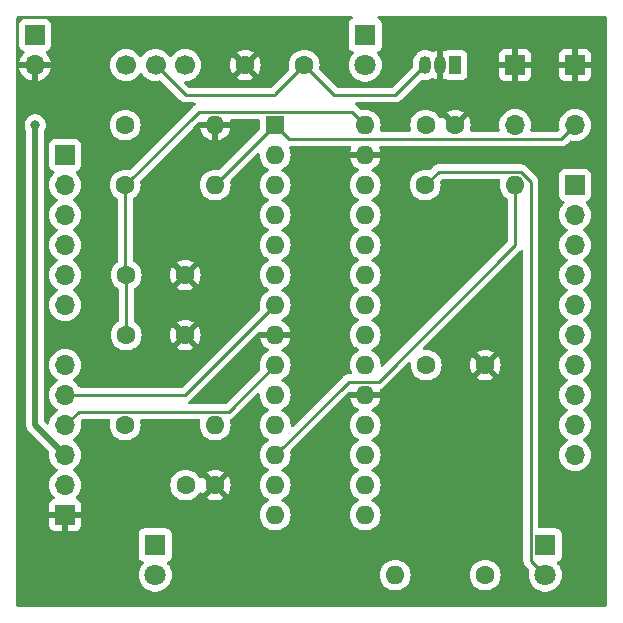
<source format=gbr>
%TF.GenerationSoftware,KiCad,Pcbnew,7.0.1*%
%TF.CreationDate,2023-04-18T12:26:55-05:00*%
%TF.ProjectId,HW4_PCB,4857345f-5043-4422-9e6b-696361645f70,rev?*%
%TF.SameCoordinates,Original*%
%TF.FileFunction,Copper,L2,Bot*%
%TF.FilePolarity,Positive*%
%FSLAX46Y46*%
G04 Gerber Fmt 4.6, Leading zero omitted, Abs format (unit mm)*
G04 Created by KiCad (PCBNEW 7.0.1) date 2023-04-18 12:26:55*
%MOMM*%
%LPD*%
G01*
G04 APERTURE LIST*
%TA.AperFunction,ComponentPad*%
%ADD10C,1.600000*%
%TD*%
%TA.AperFunction,ComponentPad*%
%ADD11O,1.600000X1.600000*%
%TD*%
%TA.AperFunction,ComponentPad*%
%ADD12R,1.700000X1.700000*%
%TD*%
%TA.AperFunction,ComponentPad*%
%ADD13O,1.700000X1.700000*%
%TD*%
%TA.AperFunction,ComponentPad*%
%ADD14R,1.800000X1.800000*%
%TD*%
%TA.AperFunction,ComponentPad*%
%ADD15C,1.800000*%
%TD*%
%TA.AperFunction,ComponentPad*%
%ADD16R,1.600000X1.600000*%
%TD*%
%TA.AperFunction,ComponentPad*%
%ADD17C,1.700000*%
%TD*%
%TA.AperFunction,ComponentPad*%
%ADD18R,1.050000X1.500000*%
%TD*%
%TA.AperFunction,ComponentPad*%
%ADD19O,1.050000X1.500000*%
%TD*%
%TA.AperFunction,ViaPad*%
%ADD20C,0.800000*%
%TD*%
%TA.AperFunction,Conductor*%
%ADD21C,0.500000*%
%TD*%
%TA.AperFunction,Conductor*%
%ADD22C,0.250000*%
%TD*%
G04 APERTURE END LIST*
D10*
%TO.P,R4,1*%
%TO.N,Net-(D2-K)*%
X109220000Y-134620000D03*
D11*
%TO.P,R4,2*%
%TO.N,/Green*%
X116840000Y-134620000D03*
%TD*%
D10*
%TO.P,R5,1*%
%TO.N,Net-(D3-K)*%
X139700000Y-147320000D03*
D11*
%TO.P,R5,2*%
%TO.N,/Yellow*%
X132080000Y-147320000D03*
%TD*%
D10*
%TO.P,C2,1*%
%TO.N,+3.3V*%
X109300000Y-121920000D03*
%TO.P,C2,2*%
%TO.N,GND*%
X114300000Y-121920000D03*
%TD*%
D12*
%TO.P,J4,1,Pin_1*%
%TO.N,/B15*%
X147320000Y-114300000D03*
D13*
%TO.P,J4,2,Pin_2*%
%TO.N,/B14*%
X147320000Y-116840000D03*
%TO.P,J4,3,Pin_3*%
%TO.N,/B13*%
X147320000Y-119380000D03*
%TO.P,J4,4,Pin_4*%
%TO.N,/B12*%
X147320000Y-121920000D03*
%TO.P,J4,5,Pin_5*%
%TO.N,/B11*%
X147320000Y-124460000D03*
%TO.P,J4,6,Pin_6*%
%TO.N,/B10*%
X147320000Y-127000000D03*
%TO.P,J4,7,Pin_7*%
%TO.N,/B9*%
X147320000Y-129540000D03*
%TO.P,J4,8,Pin_8*%
%TO.N,/B8*%
X147320000Y-132080000D03*
%TO.P,J4,9,Pin_9*%
%TO.N,/B7*%
X147320000Y-134620000D03*
%TO.P,J4,10,Pin_10*%
%TO.N,/B6*%
X147320000Y-137160000D03*
%TD*%
D12*
%TO.P,MCLR1,1,1*%
%TO.N,GND*%
X147320000Y-104140000D03*
D13*
%TO.P,MCLR1,2,2*%
%TO.N,/MCLR*%
X147320000Y-109220000D03*
%TD*%
D10*
%TO.P,R3,1*%
%TO.N,+3.3V*%
X134620000Y-114300000D03*
D11*
%TO.P,R3,2*%
%TO.N,/USER*%
X142240000Y-114300000D03*
%TD*%
D10*
%TO.P,C4,1*%
%TO.N,+3.3V*%
X134660000Y-109220000D03*
%TO.P,C4,2*%
%TO.N,GND*%
X137160000Y-109220000D03*
%TD*%
D14*
%TO.P,D2,1,K*%
%TO.N,Net-(D2-K)*%
X111760000Y-144780000D03*
D15*
%TO.P,D2,2,A*%
%TO.N,+3.3V*%
X111760000Y-147320000D03*
%TD*%
D10*
%TO.P,C6,1*%
%TO.N,Net-(PIC32MX170F256B1-VCAP)*%
X134700000Y-129540000D03*
%TO.P,C6,2*%
%TO.N,GND*%
X139700000Y-129540000D03*
%TD*%
D16*
%TO.P,PIC32MX170F256B1,1,~{MCLR}*%
%TO.N,/MCLR*%
X121920000Y-109220000D03*
D11*
%TO.P,PIC32MX170F256B1,2,A0*%
%TO.N,/A0*%
X121920000Y-111760000D03*
%TO.P,PIC32MX170F256B1,3,A1*%
%TO.N,/A1*%
X121920000Y-114300000D03*
%TO.P,PIC32MX170F256B1,4,B0*%
%TO.N,/B0*%
X121920000Y-116840000D03*
%TO.P,PIC32MX170F256B1,5,B1*%
%TO.N,/B1*%
X121920000Y-119380000D03*
%TO.P,PIC32MX170F256B1,6,B2*%
%TO.N,/B2*%
X121920000Y-121920000D03*
%TO.P,PIC32MX170F256B1,7,B3*%
%TO.N,/U1TX*%
X121920000Y-124460000D03*
%TO.P,PIC32MX170F256B1,8,Vss*%
%TO.N,GND*%
X121920000Y-127000000D03*
%TO.P,PIC32MX170F256B1,9,A2*%
%TO.N,/U1RX*%
X121920000Y-129540000D03*
%TO.P,PIC32MX170F256B1,10,A3*%
%TO.N,/A3*%
X121920000Y-132080000D03*
%TO.P,PIC32MX170F256B1,11,B4*%
%TO.N,/Green*%
X121920000Y-134620000D03*
%TO.P,PIC32MX170F256B1,12,A4*%
%TO.N,/USER*%
X121920000Y-137160000D03*
%TO.P,PIC32MX170F256B1,13,Vdd*%
%TO.N,+3.3V*%
X121920000Y-139700000D03*
%TO.P,PIC32MX170F256B1,14,B5*%
%TO.N,/Yellow*%
X121920000Y-142240000D03*
%TO.P,PIC32MX170F256B1,15,B6*%
%TO.N,/B6*%
X129540000Y-142240000D03*
%TO.P,PIC32MX170F256B1,16,B7*%
%TO.N,/B7*%
X129540000Y-139700000D03*
%TO.P,PIC32MX170F256B1,17,B8*%
%TO.N,/B8*%
X129540000Y-137160000D03*
%TO.P,PIC32MX170F256B1,18,B9*%
%TO.N,/B9*%
X129540000Y-134620000D03*
%TO.P,PIC32MX170F256B1,19,Vss*%
%TO.N,GND*%
X129540000Y-132080000D03*
%TO.P,PIC32MX170F256B1,20,VCAP*%
%TO.N,Net-(PIC32MX170F256B1-VCAP)*%
X129540000Y-129540000D03*
%TO.P,PIC32MX170F256B1,21,B10*%
%TO.N,/B10*%
X129540000Y-127000000D03*
%TO.P,PIC32MX170F256B1,22,B11*%
%TO.N,/B11*%
X129540000Y-124460000D03*
%TO.P,PIC32MX170F256B1,23,B12*%
%TO.N,/B12*%
X129540000Y-121920000D03*
%TO.P,PIC32MX170F256B1,24,B13*%
%TO.N,/B13*%
X129540000Y-119380000D03*
%TO.P,PIC32MX170F256B1,25,B14*%
%TO.N,/B14*%
X129540000Y-116840000D03*
%TO.P,PIC32MX170F256B1,26,B15*%
%TO.N,/B15*%
X129540000Y-114300000D03*
%TO.P,PIC32MX170F256B1,27,AVss*%
%TO.N,GND*%
X129540000Y-111760000D03*
%TO.P,PIC32MX170F256B1,28,AVdd*%
%TO.N,+3.3V*%
X129540000Y-109220000D03*
%TD*%
D10*
%TO.P,R1,1*%
%TO.N,Net-(D1-K)*%
X109220000Y-109220000D03*
D11*
%TO.P,R1,2*%
%TO.N,GND*%
X116840000Y-109220000D03*
%TD*%
D12*
%TO.P,CP2102N1,1,Pin_1*%
%TO.N,GND*%
X104140000Y-142240000D03*
D13*
%TO.P,CP2102N1,2,Pin_2*%
%TO.N,unconnected-(CP2102N1-Pin_2-Pad2)*%
X104140000Y-139700000D03*
%TO.P,CP2102N1,3,Pin_3*%
%TO.N,+5V*%
X104140000Y-137160000D03*
%TO.P,CP2102N1,4,Pin_4*%
%TO.N,/U1RX*%
X104140000Y-134620000D03*
%TO.P,CP2102N1,5,Pin_5*%
%TO.N,/U1TX*%
X104140000Y-132080000D03*
%TO.P,CP2102N1,6,Pin_6*%
%TO.N,unconnected-(CP2102N1-Pin_6-Pad6)*%
X104140000Y-129540000D03*
%TD*%
D12*
%TO.P,J2,1,Pin_1*%
%TO.N,/A0*%
X104140000Y-111760000D03*
D13*
%TO.P,J2,2,Pin_2*%
%TO.N,/A1*%
X104140000Y-114300000D03*
%TO.P,J2,3,Pin_3*%
%TO.N,/B0*%
X104140000Y-116840000D03*
%TO.P,J2,4,Pin_4*%
%TO.N,/B1*%
X104140000Y-119380000D03*
%TO.P,J2,5,Pin_5*%
%TO.N,/B2*%
X104140000Y-121920000D03*
%TO.P,J2,6,Pin_6*%
%TO.N,/A3*%
X104140000Y-124460000D03*
%TD*%
D10*
%TO.P,R2,1*%
%TO.N,+3.3V*%
X109220000Y-114300000D03*
D11*
%TO.P,R2,2*%
%TO.N,/MCLR*%
X116840000Y-114300000D03*
%TD*%
D10*
%TO.P,C5,1*%
%TO.N,+3.3V*%
X114340000Y-139700000D03*
%TO.P,C5,2*%
%TO.N,GND*%
X116840000Y-139700000D03*
%TD*%
%TO.P,C1,1*%
%TO.N,+3.3V*%
X109300000Y-127000000D03*
%TO.P,C1,2*%
%TO.N,GND*%
X114300000Y-127000000D03*
%TD*%
D17*
%TO.P,Slide1,1,A*%
%TO.N,+5V*%
X114300000Y-104140000D03*
%TO.P,Slide1,2,B*%
%TO.N,Net-(AP7381-VI)*%
X111800000Y-104140000D03*
%TO.P,Slide1,3,C*%
%TO.N,Net-(Battery1-Pin_1)*%
X109300000Y-104140000D03*
%TD*%
D18*
%TO.P,AP7381,1,VO*%
%TO.N,+3.3V*%
X137160000Y-104140000D03*
D19*
%TO.P,AP7381,2,GND*%
%TO.N,GND*%
X135890000Y-104140000D03*
%TO.P,AP7381,3,VI*%
%TO.N,Net-(AP7381-VI)*%
X134620000Y-104140000D03*
%TD*%
D14*
%TO.P,D1,1,K*%
%TO.N,Net-(D1-K)*%
X129540000Y-101600000D03*
D15*
%TO.P,D1,2,A*%
%TO.N,+3.3V*%
X129540000Y-104140000D03*
%TD*%
D12*
%TO.P,USER1,1,1*%
%TO.N,GND*%
X142240000Y-104140000D03*
D13*
%TO.P,USER1,2,2*%
%TO.N,/USER*%
X142240000Y-109220000D03*
%TD*%
D10*
%TO.P,C3,1*%
%TO.N,Net-(AP7381-VI)*%
X124380000Y-104140000D03*
%TO.P,C3,2*%
%TO.N,GND*%
X119380000Y-104140000D03*
%TD*%
D12*
%TO.P,Battery1,1,Pin_1*%
%TO.N,Net-(Battery1-Pin_1)*%
X101600000Y-101600000D03*
D13*
%TO.P,Battery1,2,Pin_2*%
%TO.N,GND*%
X101600000Y-104140000D03*
%TD*%
D14*
%TO.P,D3,1,K*%
%TO.N,Net-(D3-K)*%
X144780000Y-144780000D03*
D15*
%TO.P,D3,2,A*%
%TO.N,+3.3V*%
X144780000Y-147320000D03*
%TD*%
D20*
%TO.N,+5V*%
X101600000Y-109220000D03*
%TD*%
D21*
%TO.N,+5V*%
X101600000Y-134620000D02*
X101600000Y-109220000D01*
X104140000Y-137160000D02*
X101600000Y-134620000D01*
D22*
%TO.N,/U1RX*%
X105265000Y-133495000D02*
X117965000Y-133495000D01*
X104140000Y-134620000D02*
X105265000Y-133495000D01*
%TO.N,/U1TX*%
X114300000Y-132080000D02*
X104140000Y-132080000D01*
%TO.N,Net-(AP7381-VI)*%
X132080000Y-106680000D02*
X134620000Y-104140000D01*
X126920000Y-106680000D02*
X132080000Y-106680000D01*
X124380000Y-104140000D02*
X126920000Y-106680000D01*
X121920000Y-106680000D02*
X121920000Y-106600000D01*
X114340000Y-106680000D02*
X121920000Y-106680000D01*
X121920000Y-106600000D02*
X124380000Y-104140000D01*
X111800000Y-104140000D02*
X114340000Y-106680000D01*
%TO.N,+3.3V*%
X129540000Y-109220000D02*
X128415000Y-108095000D01*
X109300000Y-121920000D02*
X109300000Y-127000000D01*
X135745000Y-113175000D02*
X134620000Y-114300000D01*
X144780000Y-147320000D02*
X143555000Y-146095000D01*
X143555000Y-146095000D02*
X143555000Y-114024009D01*
X115425000Y-108095000D02*
X109220000Y-114300000D01*
X143555000Y-114024009D02*
X142705991Y-113175000D01*
X142705991Y-113175000D02*
X135745000Y-113175000D01*
X128415000Y-108095000D02*
X115425000Y-108095000D01*
X109220000Y-121840000D02*
X109300000Y-121920000D01*
X109220000Y-114300000D02*
X109220000Y-121840000D01*
%TO.N,/U1RX*%
X117965000Y-133495000D02*
X121920000Y-129540000D01*
%TO.N,/U1TX*%
X114300000Y-132080000D02*
X121920000Y-124460000D01*
%TO.N,/MCLR*%
X146145000Y-110395000D02*
X123095000Y-110395000D01*
X147320000Y-109220000D02*
X146145000Y-110395000D01*
X123095000Y-110395000D02*
X121920000Y-109220000D01*
X116840000Y-114300000D02*
X121920000Y-109220000D01*
%TO.N,/USER*%
X128125000Y-130955000D02*
X121920000Y-137160000D01*
X130665000Y-130955000D02*
X128125000Y-130955000D01*
X142240000Y-114300000D02*
X142240000Y-119380000D01*
X142240000Y-119380000D02*
X130665000Y-130955000D01*
%TD*%
%TA.AperFunction,Conductor*%
%TO.N,GND*%
G36*
X128461496Y-100019238D02*
G01*
X128507230Y-100069789D01*
X128519334Y-100136874D01*
X128494149Y-100200220D01*
X128439288Y-100240680D01*
X128415643Y-100249500D01*
X128397668Y-100256204D01*
X128282454Y-100342454D01*
X128196204Y-100457668D01*
X128145909Y-100592515D01*
X128145909Y-100592517D01*
X128140534Y-100642516D01*
X128139500Y-100652130D01*
X128139500Y-102547869D01*
X128140534Y-102557483D01*
X128145909Y-102607483D01*
X128196204Y-102742331D01*
X128282454Y-102857546D01*
X128397669Y-102943796D01*
X128477905Y-102973722D01*
X128527441Y-103007737D01*
X128555168Y-103061047D01*
X128554575Y-103121134D01*
X128525802Y-103173887D01*
X128431020Y-103276848D01*
X128304076Y-103471150D01*
X128210844Y-103683696D01*
X128210842Y-103683700D01*
X128210843Y-103683700D01*
X128158601Y-103890000D01*
X128153865Y-103908700D01*
X128134699Y-104140000D01*
X128153865Y-104371299D01*
X128153865Y-104371301D01*
X128153866Y-104371305D01*
X128208317Y-104586326D01*
X128210844Y-104596303D01*
X128282360Y-104759341D01*
X128304076Y-104808849D01*
X128431021Y-105003153D01*
X128588216Y-105173913D01*
X128771374Y-105316470D01*
X128975497Y-105426936D01*
X129028017Y-105444966D01*
X129195015Y-105502297D01*
X129195017Y-105502297D01*
X129195019Y-105502298D01*
X129423951Y-105540500D01*
X129656048Y-105540500D01*
X129656049Y-105540500D01*
X129884981Y-105502298D01*
X130104503Y-105426936D01*
X130308626Y-105316470D01*
X130491784Y-105173913D01*
X130648979Y-105003153D01*
X130775924Y-104808849D01*
X130869157Y-104596300D01*
X130926134Y-104371305D01*
X130945300Y-104140000D01*
X130926134Y-103908695D01*
X130869157Y-103683700D01*
X130775924Y-103471151D01*
X130691876Y-103342506D01*
X130648980Y-103276848D01*
X130617062Y-103242176D01*
X130554195Y-103173884D01*
X130525424Y-103121134D01*
X130524831Y-103061047D01*
X130552558Y-103007737D01*
X130602092Y-102973722D01*
X130682331Y-102943796D01*
X130797546Y-102857546D01*
X130883796Y-102742331D01*
X130934091Y-102607483D01*
X130940500Y-102547873D01*
X130940499Y-100652128D01*
X130934091Y-100592517D01*
X130883796Y-100457669D01*
X130797546Y-100342454D01*
X130682331Y-100256204D01*
X130640711Y-100240680D01*
X130585851Y-100200220D01*
X130560666Y-100136874D01*
X130572770Y-100069789D01*
X130618504Y-100019238D01*
X130684047Y-100000500D01*
X149875500Y-100000500D01*
X149937500Y-100017113D01*
X149982887Y-100062500D01*
X149999500Y-100124500D01*
X149999500Y-149875500D01*
X149982887Y-149937500D01*
X149937500Y-149982887D01*
X149875500Y-149999500D01*
X100124500Y-149999500D01*
X100062500Y-149982887D01*
X100017113Y-149937500D01*
X100000500Y-149875500D01*
X100000500Y-147320000D01*
X110354699Y-147320000D01*
X110373865Y-147551299D01*
X110373865Y-147551301D01*
X110373866Y-147551305D01*
X110430843Y-147776300D01*
X110524076Y-147988849D01*
X110651021Y-148183153D01*
X110808216Y-148353913D01*
X110991374Y-148496470D01*
X111195497Y-148606936D01*
X111249479Y-148625468D01*
X111415015Y-148682297D01*
X111415017Y-148682297D01*
X111415019Y-148682298D01*
X111643951Y-148720500D01*
X111876048Y-148720500D01*
X111876049Y-148720500D01*
X112104981Y-148682298D01*
X112324503Y-148606936D01*
X112528626Y-148496470D01*
X112711784Y-148353913D01*
X112868979Y-148183153D01*
X112995924Y-147988849D01*
X113089157Y-147776300D01*
X113146134Y-147551305D01*
X113165300Y-147320000D01*
X113165300Y-147319999D01*
X130774531Y-147319999D01*
X130794364Y-147546689D01*
X130853261Y-147766497D01*
X130949432Y-147972735D01*
X131079953Y-148159140D01*
X131240859Y-148320046D01*
X131427264Y-148450567D01*
X131427265Y-148450567D01*
X131427266Y-148450568D01*
X131633504Y-148546739D01*
X131853308Y-148605635D01*
X132080000Y-148625468D01*
X132306692Y-148605635D01*
X132526496Y-148546739D01*
X132732734Y-148450568D01*
X132919139Y-148320047D01*
X133080047Y-148159139D01*
X133210568Y-147972734D01*
X133306739Y-147766496D01*
X133365635Y-147546692D01*
X133385468Y-147320000D01*
X133385468Y-147319999D01*
X138394531Y-147319999D01*
X138414364Y-147546689D01*
X138473261Y-147766497D01*
X138569432Y-147972735D01*
X138699953Y-148159140D01*
X138860859Y-148320046D01*
X139047264Y-148450567D01*
X139047265Y-148450567D01*
X139047266Y-148450568D01*
X139253504Y-148546739D01*
X139473308Y-148605635D01*
X139700000Y-148625468D01*
X139926692Y-148605635D01*
X140146496Y-148546739D01*
X140352734Y-148450568D01*
X140539139Y-148320047D01*
X140700047Y-148159139D01*
X140830568Y-147972734D01*
X140926739Y-147766496D01*
X140985635Y-147546692D01*
X141005468Y-147320000D01*
X140985635Y-147093308D01*
X140926739Y-146873504D01*
X140830568Y-146667266D01*
X140819284Y-146651151D01*
X140700046Y-146480859D01*
X140539140Y-146319953D01*
X140352735Y-146189432D01*
X140146497Y-146093261D01*
X139926689Y-146034364D01*
X139700000Y-146014531D01*
X139473310Y-146034364D01*
X139253502Y-146093261D01*
X139047264Y-146189432D01*
X138860859Y-146319953D01*
X138699953Y-146480859D01*
X138569432Y-146667264D01*
X138473261Y-146873502D01*
X138414364Y-147093310D01*
X138394531Y-147319999D01*
X133385468Y-147319999D01*
X133365635Y-147093308D01*
X133306739Y-146873504D01*
X133210568Y-146667266D01*
X133199284Y-146651151D01*
X133080046Y-146480859D01*
X132919140Y-146319953D01*
X132732735Y-146189432D01*
X132526497Y-146093261D01*
X132306689Y-146034364D01*
X132080000Y-146014531D01*
X131853310Y-146034364D01*
X131633502Y-146093261D01*
X131427264Y-146189432D01*
X131240859Y-146319953D01*
X131079953Y-146480859D01*
X130949432Y-146667264D01*
X130853261Y-146873502D01*
X130794364Y-147093310D01*
X130774531Y-147319999D01*
X113165300Y-147319999D01*
X113146134Y-147088695D01*
X113089157Y-146863700D01*
X112995924Y-146651151D01*
X112894284Y-146495579D01*
X112868980Y-146456848D01*
X112848001Y-146434059D01*
X112774195Y-146353884D01*
X112745424Y-146301134D01*
X112744831Y-146241047D01*
X112772558Y-146187737D01*
X112822092Y-146153722D01*
X112902331Y-146123796D01*
X113017546Y-146037546D01*
X113103796Y-145922331D01*
X113154091Y-145787483D01*
X113160500Y-145727873D01*
X113160499Y-143832128D01*
X113154091Y-143772517D01*
X113103796Y-143637669D01*
X113017546Y-143522454D01*
X112902331Y-143436204D01*
X112767483Y-143385909D01*
X112707873Y-143379500D01*
X112707869Y-143379500D01*
X110812130Y-143379500D01*
X110752515Y-143385909D01*
X110617669Y-143436204D01*
X110502454Y-143522454D01*
X110416204Y-143637668D01*
X110365909Y-143772516D01*
X110359500Y-143832130D01*
X110359500Y-145727869D01*
X110365909Y-145787483D01*
X110416204Y-145922331D01*
X110502454Y-146037546D01*
X110617669Y-146123796D01*
X110697905Y-146153722D01*
X110747441Y-146187737D01*
X110775168Y-146241047D01*
X110774575Y-146301134D01*
X110745802Y-146353887D01*
X110651020Y-146456848D01*
X110524076Y-146651150D01*
X110430844Y-146863696D01*
X110373865Y-147088700D01*
X110354699Y-147320000D01*
X100000500Y-147320000D01*
X100000500Y-142490000D01*
X102790000Y-142490000D01*
X102790000Y-143137824D01*
X102796402Y-143197375D01*
X102846647Y-143332089D01*
X102932811Y-143447188D01*
X103047910Y-143533352D01*
X103182624Y-143583597D01*
X103242176Y-143590000D01*
X103890000Y-143590000D01*
X103890000Y-142490000D01*
X104390000Y-142490000D01*
X104390000Y-143590000D01*
X105037824Y-143590000D01*
X105097375Y-143583597D01*
X105232089Y-143533352D01*
X105347188Y-143447188D01*
X105433352Y-143332089D01*
X105483597Y-143197375D01*
X105490000Y-143137824D01*
X105490000Y-142490000D01*
X104390000Y-142490000D01*
X103890000Y-142490000D01*
X102790000Y-142490000D01*
X100000500Y-142490000D01*
X100000500Y-109220000D01*
X100694540Y-109220000D01*
X100714326Y-109408257D01*
X100772820Y-109588284D01*
X100832887Y-109692322D01*
X100849500Y-109754322D01*
X100849500Y-134556294D01*
X100848191Y-134574264D01*
X100844711Y-134598023D01*
X100849028Y-134647369D01*
X100849500Y-134658176D01*
X100849500Y-134663708D01*
X100853098Y-134694496D01*
X100853464Y-134698081D01*
X100860110Y-134774041D01*
X100864329Y-134793071D01*
X100864758Y-134794251D01*
X100864759Y-134794255D01*
X100890413Y-134864742D01*
X100891582Y-134868107D01*
X100915580Y-134940524D01*
X100924075Y-134958072D01*
X100965979Y-135021784D01*
X100967889Y-135024782D01*
X101007288Y-135088656D01*
X101007952Y-135089732D01*
X101020253Y-135104830D01*
X101021168Y-135105693D01*
X101021170Y-135105696D01*
X101075709Y-135157151D01*
X101078296Y-135159664D01*
X102767130Y-136848497D01*
X102795971Y-136893768D01*
X102802977Y-136946985D01*
X102784340Y-137159999D01*
X102804936Y-137395407D01*
X102849709Y-137562501D01*
X102866097Y-137623663D01*
X102965965Y-137837830D01*
X103101505Y-138031401D01*
X103268599Y-138198495D01*
X103454160Y-138328426D01*
X103493024Y-138372743D01*
X103507035Y-138430000D01*
X103493024Y-138487257D01*
X103454160Y-138531574D01*
X103326487Y-138620972D01*
X103268595Y-138661508D01*
X103101505Y-138828598D01*
X102965965Y-139022170D01*
X102866097Y-139236336D01*
X102804936Y-139464592D01*
X102784340Y-139699999D01*
X102804936Y-139935407D01*
X102836593Y-140053553D01*
X102866097Y-140163663D01*
X102965965Y-140377830D01*
X103101505Y-140571401D01*
X103101508Y-140571404D01*
X103223818Y-140693714D01*
X103255114Y-140746460D01*
X103257303Y-140807753D01*
X103229850Y-140862597D01*
X103179472Y-140897576D01*
X103047913Y-140946646D01*
X102932811Y-141032811D01*
X102846647Y-141147910D01*
X102796402Y-141282624D01*
X102790000Y-141342176D01*
X102790000Y-141990000D01*
X105490000Y-141990000D01*
X105490000Y-141342176D01*
X105483597Y-141282624D01*
X105433352Y-141147910D01*
X105347188Y-141032811D01*
X105232088Y-140946647D01*
X105100528Y-140897577D01*
X105050149Y-140862597D01*
X105022696Y-140807752D01*
X105024885Y-140746460D01*
X105056178Y-140693717D01*
X105178495Y-140571401D01*
X105314035Y-140377830D01*
X105413903Y-140163663D01*
X105475063Y-139935408D01*
X105495659Y-139700000D01*
X113034531Y-139700000D01*
X113054364Y-139926689D01*
X113113261Y-140146497D01*
X113209432Y-140352735D01*
X113339953Y-140539140D01*
X113500859Y-140700046D01*
X113687264Y-140830567D01*
X113687265Y-140830567D01*
X113687266Y-140830568D01*
X113893504Y-140926739D01*
X114113308Y-140985635D01*
X114340000Y-141005468D01*
X114566692Y-140985635D01*
X114786496Y-140926739D01*
X114992734Y-140830568D01*
X115066344Y-140779026D01*
X116114526Y-140779026D01*
X116187515Y-140830133D01*
X116393673Y-140926266D01*
X116613397Y-140985141D01*
X116840000Y-141004966D01*
X117066602Y-140985141D01*
X117286326Y-140926266D01*
X117492480Y-140830134D01*
X117565472Y-140779025D01*
X116840001Y-140053553D01*
X116840000Y-140053553D01*
X116114526Y-140779025D01*
X116114526Y-140779026D01*
X115066344Y-140779026D01*
X115179139Y-140700047D01*
X115340047Y-140539139D01*
X115470568Y-140352734D01*
X115477893Y-140337023D01*
X115523647Y-140284849D01*
X115590273Y-140265428D01*
X115656899Y-140284847D01*
X115702657Y-140337023D01*
X115709866Y-140352483D01*
X115760972Y-140425471D01*
X115760974Y-140425472D01*
X116486446Y-139700001D01*
X117193553Y-139700001D01*
X117919025Y-140425472D01*
X117970134Y-140352480D01*
X118066266Y-140146326D01*
X118125141Y-139926602D01*
X118144966Y-139700000D01*
X118125141Y-139473397D01*
X118066266Y-139253673D01*
X117970133Y-139047515D01*
X117919025Y-138974526D01*
X117193553Y-139700000D01*
X117193553Y-139700001D01*
X116486446Y-139700001D01*
X116486446Y-139700000D01*
X115760973Y-138974526D01*
X115760973Y-138974527D01*
X115709865Y-139047517D01*
X115702656Y-139062977D01*
X115656899Y-139115151D01*
X115590274Y-139134570D01*
X115523649Y-139115150D01*
X115477893Y-139062975D01*
X115470567Y-139047264D01*
X115340046Y-138860859D01*
X115179140Y-138699953D01*
X115066344Y-138620973D01*
X116114526Y-138620973D01*
X116840000Y-139346446D01*
X116840001Y-139346446D01*
X117565472Y-138620974D01*
X117565471Y-138620972D01*
X117492484Y-138569866D01*
X117286326Y-138473733D01*
X117066602Y-138414858D01*
X116840000Y-138395033D01*
X116613397Y-138414858D01*
X116393672Y-138473733D01*
X116187516Y-138569865D01*
X116114527Y-138620973D01*
X116114526Y-138620973D01*
X115066344Y-138620973D01*
X114992735Y-138569432D01*
X114786497Y-138473261D01*
X114566689Y-138414364D01*
X114340000Y-138394531D01*
X114113310Y-138414364D01*
X113893502Y-138473261D01*
X113687264Y-138569432D01*
X113500859Y-138699953D01*
X113339953Y-138860859D01*
X113209432Y-139047264D01*
X113113261Y-139253502D01*
X113054364Y-139473310D01*
X113034531Y-139700000D01*
X105495659Y-139700000D01*
X105475063Y-139464592D01*
X105413903Y-139236337D01*
X105314035Y-139022171D01*
X105178495Y-138828599D01*
X105011401Y-138661505D01*
X104825839Y-138531573D01*
X104786974Y-138487255D01*
X104772964Y-138429999D01*
X104786975Y-138372742D01*
X104825837Y-138328428D01*
X105011401Y-138198495D01*
X105178495Y-138031401D01*
X105314035Y-137837830D01*
X105413903Y-137623663D01*
X105475063Y-137395408D01*
X105495659Y-137160000D01*
X105475063Y-136924592D01*
X105413903Y-136696337D01*
X105314035Y-136482171D01*
X105178495Y-136288599D01*
X105011401Y-136121505D01*
X104825839Y-135991573D01*
X104786975Y-135947257D01*
X104772964Y-135890000D01*
X104786975Y-135832743D01*
X104825839Y-135788426D01*
X105011401Y-135658495D01*
X105178495Y-135491401D01*
X105314035Y-135297830D01*
X105413903Y-135083663D01*
X105475063Y-134855408D01*
X105495659Y-134620000D01*
X105475063Y-134384592D01*
X105448143Y-134284127D01*
X105448145Y-134219936D01*
X105480244Y-134164347D01*
X105487779Y-134156813D01*
X105528005Y-134129937D01*
X105575454Y-134120500D01*
X107845863Y-134120500D01*
X107900707Y-134133288D01*
X107944239Y-134169013D01*
X107967480Y-134220309D01*
X107965638Y-134276593D01*
X107934364Y-134393308D01*
X107914531Y-134620000D01*
X107934364Y-134846689D01*
X107993261Y-135066497D01*
X108089432Y-135272735D01*
X108219953Y-135459140D01*
X108380859Y-135620046D01*
X108567264Y-135750567D01*
X108567265Y-135750567D01*
X108567266Y-135750568D01*
X108773504Y-135846739D01*
X108993308Y-135905635D01*
X109220000Y-135925468D01*
X109446692Y-135905635D01*
X109666496Y-135846739D01*
X109872734Y-135750568D01*
X110059139Y-135620047D01*
X110220047Y-135459139D01*
X110350568Y-135272734D01*
X110446739Y-135066496D01*
X110505635Y-134846692D01*
X110525468Y-134620000D01*
X110505635Y-134393308D01*
X110492812Y-134345451D01*
X110474362Y-134276593D01*
X110472520Y-134220309D01*
X110495761Y-134169013D01*
X110539293Y-134133288D01*
X110594137Y-134120500D01*
X115465863Y-134120500D01*
X115520707Y-134133288D01*
X115564239Y-134169013D01*
X115587480Y-134220309D01*
X115585638Y-134276593D01*
X115554364Y-134393308D01*
X115534531Y-134620000D01*
X115554364Y-134846689D01*
X115613261Y-135066497D01*
X115709432Y-135272735D01*
X115839953Y-135459140D01*
X116000859Y-135620046D01*
X116187264Y-135750567D01*
X116187265Y-135750567D01*
X116187266Y-135750568D01*
X116393504Y-135846739D01*
X116613308Y-135905635D01*
X116840000Y-135925468D01*
X117066692Y-135905635D01*
X117286496Y-135846739D01*
X117492734Y-135750568D01*
X117679139Y-135620047D01*
X117840047Y-135459139D01*
X117970568Y-135272734D01*
X118066739Y-135066496D01*
X118125635Y-134846692D01*
X118145468Y-134620000D01*
X118125635Y-134393308D01*
X118084178Y-134238591D01*
X118083035Y-134179031D01*
X118109799Y-134125809D01*
X118158295Y-134091211D01*
X118162396Y-134089586D01*
X118173444Y-134085803D01*
X118215390Y-134073618D01*
X118232629Y-134063422D01*
X118250102Y-134054862D01*
X118268732Y-134047486D01*
X118304064Y-134021814D01*
X118313830Y-134015400D01*
X118351418Y-133993171D01*
X118351417Y-133993171D01*
X118351420Y-133993170D01*
X118365585Y-133979004D01*
X118380373Y-133966373D01*
X118396587Y-133954594D01*
X118424438Y-133920926D01*
X118432279Y-133912309D01*
X120407183Y-131937405D01*
X120458608Y-131906506D01*
X120518522Y-131903366D01*
X120572898Y-131928722D01*
X120609004Y-131976637D01*
X120618390Y-132035895D01*
X120614531Y-132079999D01*
X120634364Y-132306689D01*
X120693261Y-132526497D01*
X120789432Y-132732735D01*
X120919953Y-132919140D01*
X121080859Y-133080046D01*
X121267263Y-133210566D01*
X121267266Y-133210568D01*
X121325275Y-133237618D01*
X121377450Y-133283375D01*
X121396869Y-133350000D01*
X121377450Y-133416625D01*
X121325275Y-133462382D01*
X121267263Y-133489433D01*
X121080859Y-133619953D01*
X120919953Y-133780859D01*
X120789432Y-133967264D01*
X120693261Y-134173502D01*
X120634364Y-134393310D01*
X120614531Y-134620000D01*
X120634364Y-134846689D01*
X120693261Y-135066497D01*
X120789432Y-135272735D01*
X120919953Y-135459140D01*
X121080859Y-135620046D01*
X121267263Y-135750566D01*
X121267266Y-135750568D01*
X121325275Y-135777618D01*
X121377450Y-135823375D01*
X121396869Y-135890000D01*
X121377450Y-135956625D01*
X121325275Y-136002382D01*
X121267263Y-136029433D01*
X121080859Y-136159953D01*
X120919953Y-136320859D01*
X120789432Y-136507264D01*
X120693261Y-136713502D01*
X120634364Y-136933310D01*
X120614531Y-137160000D01*
X120634364Y-137386689D01*
X120693261Y-137606497D01*
X120789432Y-137812735D01*
X120919953Y-137999140D01*
X121080859Y-138160046D01*
X121267263Y-138290566D01*
X121267266Y-138290568D01*
X121325275Y-138317618D01*
X121377450Y-138363375D01*
X121396869Y-138430000D01*
X121377450Y-138496625D01*
X121325275Y-138542382D01*
X121267263Y-138569433D01*
X121080859Y-138699953D01*
X120919953Y-138860859D01*
X120789432Y-139047264D01*
X120693261Y-139253502D01*
X120634364Y-139473310D01*
X120614531Y-139700000D01*
X120634364Y-139926689D01*
X120693261Y-140146497D01*
X120789432Y-140352735D01*
X120919953Y-140539140D01*
X121080859Y-140700046D01*
X121266645Y-140830133D01*
X121267266Y-140830568D01*
X121325275Y-140857618D01*
X121377450Y-140903375D01*
X121396869Y-140970000D01*
X121377450Y-141036625D01*
X121325275Y-141082382D01*
X121267263Y-141109433D01*
X121080859Y-141239953D01*
X120919953Y-141400859D01*
X120789432Y-141587264D01*
X120693261Y-141793502D01*
X120634364Y-142013310D01*
X120614531Y-142240000D01*
X120634364Y-142466689D01*
X120693261Y-142686497D01*
X120789432Y-142892735D01*
X120919953Y-143079140D01*
X121080859Y-143240046D01*
X121267264Y-143370567D01*
X121267265Y-143370567D01*
X121267266Y-143370568D01*
X121473504Y-143466739D01*
X121693308Y-143525635D01*
X121920000Y-143545468D01*
X122146692Y-143525635D01*
X122366496Y-143466739D01*
X122572734Y-143370568D01*
X122759139Y-143240047D01*
X122920047Y-143079139D01*
X123050568Y-142892734D01*
X123146739Y-142686496D01*
X123205635Y-142466692D01*
X123225468Y-142240000D01*
X123225468Y-142239999D01*
X128234531Y-142239999D01*
X128254364Y-142466689D01*
X128313261Y-142686497D01*
X128409432Y-142892735D01*
X128539953Y-143079140D01*
X128700859Y-143240046D01*
X128887264Y-143370567D01*
X128887265Y-143370567D01*
X128887266Y-143370568D01*
X129093504Y-143466739D01*
X129313308Y-143525635D01*
X129540000Y-143545468D01*
X129766692Y-143525635D01*
X129986496Y-143466739D01*
X130192734Y-143370568D01*
X130379139Y-143240047D01*
X130540047Y-143079139D01*
X130670568Y-142892734D01*
X130766739Y-142686496D01*
X130825635Y-142466692D01*
X130845468Y-142240000D01*
X130825635Y-142013308D01*
X130766739Y-141793504D01*
X130670568Y-141587266D01*
X130540047Y-141400861D01*
X130540046Y-141400859D01*
X130379140Y-141239953D01*
X130192733Y-141109431D01*
X130134725Y-141082382D01*
X130082549Y-141036625D01*
X130063129Y-140970000D01*
X130082549Y-140903375D01*
X130134725Y-140857618D01*
X130192734Y-140830568D01*
X130379139Y-140700047D01*
X130540047Y-140539139D01*
X130670568Y-140352734D01*
X130766739Y-140146496D01*
X130825635Y-139926692D01*
X130845468Y-139700000D01*
X130825635Y-139473308D01*
X130766739Y-139253504D01*
X130670568Y-139047266D01*
X130652996Y-139022171D01*
X130540046Y-138860859D01*
X130379140Y-138699953D01*
X130192733Y-138569431D01*
X130134725Y-138542382D01*
X130082549Y-138496625D01*
X130063129Y-138430000D01*
X130082549Y-138363375D01*
X130134725Y-138317618D01*
X130192734Y-138290568D01*
X130379139Y-138160047D01*
X130540047Y-137999139D01*
X130670568Y-137812734D01*
X130766739Y-137606496D01*
X130825635Y-137386692D01*
X130845468Y-137160000D01*
X130825635Y-136933308D01*
X130766739Y-136713504D01*
X130670568Y-136507266D01*
X130652996Y-136482171D01*
X130540046Y-136320859D01*
X130379140Y-136159953D01*
X130192733Y-136029431D01*
X130134725Y-136002382D01*
X130082549Y-135956625D01*
X130063129Y-135890000D01*
X130082549Y-135823375D01*
X130134725Y-135777618D01*
X130192734Y-135750568D01*
X130379139Y-135620047D01*
X130540047Y-135459139D01*
X130670568Y-135272734D01*
X130766739Y-135066496D01*
X130825635Y-134846692D01*
X130845468Y-134620000D01*
X130825635Y-134393308D01*
X130766739Y-134173504D01*
X130670568Y-133967266D01*
X130661694Y-133954593D01*
X130540046Y-133780859D01*
X130379140Y-133619953D01*
X130192736Y-133489433D01*
X130134723Y-133462381D01*
X130134132Y-133462105D01*
X130081958Y-133416348D01*
X130062539Y-133349723D01*
X130081959Y-133283098D01*
X130134135Y-133237342D01*
X130192479Y-133210135D01*
X130378819Y-133079658D01*
X130539658Y-132918819D01*
X130670134Y-132732480D01*
X130766266Y-132526326D01*
X130818872Y-132330000D01*
X128261128Y-132330000D01*
X128313733Y-132526326D01*
X128409865Y-132732480D01*
X128540341Y-132918819D01*
X128701180Y-133079658D01*
X128887519Y-133210134D01*
X128945865Y-133237342D01*
X128998040Y-133283099D01*
X129017460Y-133349723D01*
X128998041Y-133416348D01*
X128945866Y-133462105D01*
X128887267Y-133489430D01*
X128700859Y-133619953D01*
X128539953Y-133780859D01*
X128409432Y-133967264D01*
X128313261Y-134173502D01*
X128254364Y-134393310D01*
X128234531Y-134619999D01*
X128254364Y-134846689D01*
X128313261Y-135066497D01*
X128409432Y-135272735D01*
X128539953Y-135459140D01*
X128700859Y-135620046D01*
X128887263Y-135750566D01*
X128887266Y-135750568D01*
X128945275Y-135777618D01*
X128997450Y-135823375D01*
X129016869Y-135890000D01*
X128997450Y-135956625D01*
X128945275Y-136002382D01*
X128887263Y-136029433D01*
X128700859Y-136159953D01*
X128539953Y-136320859D01*
X128409432Y-136507264D01*
X128313261Y-136713502D01*
X128254364Y-136933310D01*
X128234531Y-137159999D01*
X128254364Y-137386689D01*
X128313261Y-137606497D01*
X128409432Y-137812735D01*
X128539953Y-137999140D01*
X128700859Y-138160046D01*
X128887263Y-138290566D01*
X128887266Y-138290568D01*
X128945275Y-138317618D01*
X128997450Y-138363375D01*
X129016869Y-138430000D01*
X128997450Y-138496625D01*
X128945275Y-138542382D01*
X128887263Y-138569433D01*
X128700859Y-138699953D01*
X128539953Y-138860859D01*
X128409432Y-139047264D01*
X128313261Y-139253502D01*
X128254364Y-139473310D01*
X128234531Y-139699999D01*
X128254364Y-139926689D01*
X128313261Y-140146497D01*
X128409432Y-140352735D01*
X128539953Y-140539140D01*
X128700859Y-140700046D01*
X128886645Y-140830133D01*
X128887266Y-140830568D01*
X128945275Y-140857618D01*
X128997450Y-140903375D01*
X129016869Y-140970000D01*
X128997450Y-141036625D01*
X128945275Y-141082382D01*
X128887263Y-141109433D01*
X128700859Y-141239953D01*
X128539953Y-141400859D01*
X128409432Y-141587264D01*
X128313261Y-141793502D01*
X128254364Y-142013310D01*
X128234531Y-142239999D01*
X123225468Y-142239999D01*
X123205635Y-142013308D01*
X123146739Y-141793504D01*
X123050568Y-141587266D01*
X122920047Y-141400861D01*
X122920046Y-141400859D01*
X122759140Y-141239953D01*
X122572733Y-141109431D01*
X122514725Y-141082382D01*
X122462549Y-141036625D01*
X122443129Y-140970000D01*
X122462549Y-140903375D01*
X122514725Y-140857618D01*
X122572734Y-140830568D01*
X122759139Y-140700047D01*
X122920047Y-140539139D01*
X123050568Y-140352734D01*
X123146739Y-140146496D01*
X123205635Y-139926692D01*
X123225468Y-139700000D01*
X123205635Y-139473308D01*
X123146739Y-139253504D01*
X123050568Y-139047266D01*
X123032996Y-139022171D01*
X122920046Y-138860859D01*
X122759140Y-138699953D01*
X122572733Y-138569431D01*
X122514725Y-138542382D01*
X122462549Y-138496625D01*
X122443129Y-138430000D01*
X122462549Y-138363375D01*
X122514725Y-138317618D01*
X122572734Y-138290568D01*
X122759139Y-138160047D01*
X122920047Y-137999139D01*
X123050568Y-137812734D01*
X123146739Y-137606496D01*
X123205635Y-137386692D01*
X123225468Y-137160000D01*
X123205635Y-136933308D01*
X123187319Y-136864951D01*
X123187319Y-136800763D01*
X123219411Y-136745178D01*
X128106211Y-131858379D01*
X128167050Y-131825002D01*
X128236300Y-131829542D01*
X128236925Y-131830000D01*
X130818872Y-131830000D01*
X130818871Y-131829999D01*
X130783711Y-131698778D01*
X130782567Y-131639213D01*
X130809335Y-131585990D01*
X130857835Y-131551393D01*
X130862401Y-131549585D01*
X130873444Y-131545803D01*
X130915390Y-131533618D01*
X130932629Y-131523422D01*
X130950102Y-131514862D01*
X130968732Y-131507486D01*
X131004064Y-131481814D01*
X131013830Y-131475400D01*
X131051418Y-131453171D01*
X131051417Y-131453171D01*
X131051420Y-131453170D01*
X131065585Y-131439004D01*
X131080373Y-131426373D01*
X131096587Y-131414594D01*
X131124438Y-131380926D01*
X131132279Y-131372309D01*
X133194853Y-129309736D01*
X133246278Y-129278837D01*
X133306192Y-129275697D01*
X133360568Y-129301053D01*
X133396675Y-129348968D01*
X133406060Y-129408226D01*
X133394531Y-129539999D01*
X133414364Y-129766689D01*
X133473261Y-129986497D01*
X133569432Y-130192735D01*
X133699953Y-130379140D01*
X133860859Y-130540046D01*
X134047264Y-130670567D01*
X134047265Y-130670567D01*
X134047266Y-130670568D01*
X134253504Y-130766739D01*
X134473308Y-130825635D01*
X134700000Y-130845468D01*
X134926692Y-130825635D01*
X135146496Y-130766739D01*
X135352734Y-130670568D01*
X135426344Y-130619026D01*
X138974526Y-130619026D01*
X139047515Y-130670133D01*
X139253673Y-130766266D01*
X139473397Y-130825141D01*
X139700000Y-130844966D01*
X139926602Y-130825141D01*
X140146326Y-130766266D01*
X140352480Y-130670134D01*
X140425472Y-130619025D01*
X139700001Y-129893553D01*
X139700000Y-129893553D01*
X138974526Y-130619025D01*
X138974526Y-130619026D01*
X135426344Y-130619026D01*
X135539139Y-130540047D01*
X135700047Y-130379139D01*
X135830568Y-130192734D01*
X135926739Y-129986496D01*
X135985635Y-129766692D01*
X136005468Y-129540000D01*
X136005468Y-129539999D01*
X138395033Y-129539999D01*
X138414858Y-129766602D01*
X138473733Y-129986326D01*
X138569866Y-130192484D01*
X138620972Y-130265471D01*
X138620974Y-130265472D01*
X139346446Y-129540001D01*
X140053553Y-129540001D01*
X140779025Y-130265472D01*
X140830134Y-130192480D01*
X140926266Y-129986326D01*
X140985141Y-129766602D01*
X141004966Y-129540000D01*
X140985141Y-129313397D01*
X140926266Y-129093673D01*
X140830133Y-128887515D01*
X140779025Y-128814526D01*
X140053553Y-129540000D01*
X140053553Y-129540001D01*
X139346446Y-129540001D01*
X139346446Y-129539999D01*
X138620973Y-128814526D01*
X138620973Y-128814527D01*
X138569865Y-128887516D01*
X138473733Y-129093672D01*
X138414858Y-129313397D01*
X138395033Y-129539999D01*
X136005468Y-129539999D01*
X135985635Y-129313308D01*
X135926739Y-129093504D01*
X135830568Y-128887266D01*
X135812996Y-128862171D01*
X135700046Y-128700859D01*
X135539140Y-128539953D01*
X135426344Y-128460973D01*
X138974526Y-128460973D01*
X139700000Y-129186446D01*
X139700001Y-129186446D01*
X140425472Y-128460974D01*
X140425471Y-128460972D01*
X140352484Y-128409866D01*
X140146326Y-128313733D01*
X139926602Y-128254858D01*
X139700000Y-128235033D01*
X139473397Y-128254858D01*
X139253672Y-128313733D01*
X139047516Y-128409865D01*
X138974527Y-128460973D01*
X138974526Y-128460973D01*
X135426344Y-128460973D01*
X135352735Y-128409432D01*
X135146497Y-128313261D01*
X134926689Y-128254364D01*
X134699999Y-128234531D01*
X134568226Y-128246060D01*
X134508968Y-128236675D01*
X134461053Y-128200568D01*
X134435697Y-128146192D01*
X134438837Y-128086278D01*
X134469736Y-128034853D01*
X142623789Y-119880800D01*
X142639885Y-119867906D01*
X142641873Y-119865787D01*
X142641877Y-119865786D01*
X142687948Y-119816723D01*
X142690566Y-119814023D01*
X142710120Y-119794471D01*
X142715642Y-119788950D01*
X142717063Y-119790371D01*
X142755540Y-119760333D01*
X142815617Y-119750236D01*
X142873253Y-119769970D01*
X142914535Y-119814770D01*
X142929500Y-119873823D01*
X142929500Y-146012256D01*
X142927235Y-146032762D01*
X142929439Y-146102873D01*
X142929500Y-146106768D01*
X142929500Y-146134349D01*
X142930003Y-146138334D01*
X142930918Y-146149967D01*
X142932290Y-146193626D01*
X142937879Y-146212860D01*
X142941825Y-146231916D01*
X142944335Y-146251792D01*
X142960414Y-146292404D01*
X142964197Y-146303451D01*
X142976382Y-146345391D01*
X142986580Y-146362635D01*
X142995136Y-146380100D01*
X143002514Y-146398732D01*
X143002515Y-146398733D01*
X143028180Y-146434059D01*
X143034593Y-146443822D01*
X143056826Y-146481416D01*
X143056829Y-146481419D01*
X143056830Y-146481420D01*
X143070995Y-146495585D01*
X143083627Y-146510375D01*
X143095406Y-146526587D01*
X143129058Y-146554426D01*
X143137699Y-146562289D01*
X143398651Y-146823241D01*
X143430521Y-146878004D01*
X143431176Y-146941362D01*
X143393865Y-147088699D01*
X143374699Y-147320000D01*
X143393865Y-147551299D01*
X143393865Y-147551301D01*
X143393866Y-147551305D01*
X143450843Y-147776300D01*
X143544076Y-147988849D01*
X143671021Y-148183153D01*
X143828216Y-148353913D01*
X144011374Y-148496470D01*
X144215497Y-148606936D01*
X144269479Y-148625468D01*
X144435015Y-148682297D01*
X144435017Y-148682297D01*
X144435019Y-148682298D01*
X144663951Y-148720500D01*
X144896048Y-148720500D01*
X144896049Y-148720500D01*
X145124981Y-148682298D01*
X145344503Y-148606936D01*
X145548626Y-148496470D01*
X145731784Y-148353913D01*
X145888979Y-148183153D01*
X146015924Y-147988849D01*
X146109157Y-147776300D01*
X146166134Y-147551305D01*
X146185300Y-147320000D01*
X146166134Y-147088695D01*
X146109157Y-146863700D01*
X146015924Y-146651151D01*
X145914284Y-146495579D01*
X145888980Y-146456848D01*
X145868001Y-146434059D01*
X145794195Y-146353884D01*
X145765424Y-146301134D01*
X145764831Y-146241047D01*
X145792558Y-146187737D01*
X145842092Y-146153722D01*
X145922331Y-146123796D01*
X146037546Y-146037546D01*
X146123796Y-145922331D01*
X146174091Y-145787483D01*
X146180500Y-145727873D01*
X146180499Y-143832128D01*
X146174091Y-143772517D01*
X146123796Y-143637669D01*
X146037546Y-143522454D01*
X145922331Y-143436204D01*
X145787483Y-143385909D01*
X145727873Y-143379500D01*
X145727869Y-143379500D01*
X145727823Y-143379500D01*
X144304499Y-143379500D01*
X144242500Y-143362888D01*
X144197113Y-143317501D01*
X144180500Y-143255501D01*
X144180500Y-137160000D01*
X145964340Y-137160000D01*
X145984936Y-137395407D01*
X146029709Y-137562501D01*
X146046097Y-137623663D01*
X146145965Y-137837830D01*
X146281505Y-138031401D01*
X146448599Y-138198495D01*
X146642170Y-138334035D01*
X146856337Y-138433903D01*
X147084592Y-138495063D01*
X147320000Y-138515659D01*
X147555408Y-138495063D01*
X147783663Y-138433903D01*
X147997830Y-138334035D01*
X148191401Y-138198495D01*
X148358495Y-138031401D01*
X148494035Y-137837830D01*
X148593903Y-137623663D01*
X148655063Y-137395408D01*
X148675659Y-137160000D01*
X148655063Y-136924592D01*
X148593903Y-136696337D01*
X148494035Y-136482171D01*
X148358495Y-136288599D01*
X148191401Y-136121505D01*
X148005839Y-135991573D01*
X147966975Y-135947257D01*
X147952964Y-135890000D01*
X147966975Y-135832743D01*
X148005839Y-135788426D01*
X148191401Y-135658495D01*
X148358495Y-135491401D01*
X148494035Y-135297830D01*
X148593903Y-135083663D01*
X148655063Y-134855408D01*
X148675659Y-134620000D01*
X148655063Y-134384592D01*
X148593903Y-134156337D01*
X148494035Y-133942171D01*
X148358495Y-133748599D01*
X148191401Y-133581505D01*
X148005839Y-133451573D01*
X147966975Y-133407257D01*
X147952964Y-133350000D01*
X147966975Y-133292743D01*
X148005839Y-133248426D01*
X148191401Y-133118495D01*
X148358495Y-132951401D01*
X148494035Y-132757830D01*
X148593903Y-132543663D01*
X148655063Y-132315408D01*
X148675659Y-132080000D01*
X148656269Y-131858382D01*
X148655063Y-131844592D01*
X148649814Y-131825002D01*
X148593903Y-131616337D01*
X148494035Y-131402171D01*
X148358495Y-131208599D01*
X148191401Y-131041505D01*
X148005839Y-130911573D01*
X147966976Y-130867257D01*
X147952965Y-130810000D01*
X147966976Y-130752743D01*
X148005839Y-130708426D01*
X148191401Y-130578495D01*
X148358495Y-130411401D01*
X148494035Y-130217830D01*
X148593903Y-130003663D01*
X148655063Y-129775408D01*
X148675659Y-129540000D01*
X148655063Y-129304592D01*
X148593903Y-129076337D01*
X148494035Y-128862171D01*
X148358495Y-128668599D01*
X148191401Y-128501505D01*
X148005839Y-128371573D01*
X147966976Y-128327257D01*
X147952965Y-128270000D01*
X147966976Y-128212743D01*
X148005839Y-128168426D01*
X148191401Y-128038495D01*
X148358495Y-127871401D01*
X148494035Y-127677830D01*
X148593903Y-127463663D01*
X148655063Y-127235408D01*
X148675659Y-127000000D01*
X148655063Y-126764592D01*
X148593903Y-126536337D01*
X148494035Y-126322171D01*
X148358495Y-126128599D01*
X148191401Y-125961505D01*
X148005839Y-125831573D01*
X147966975Y-125787257D01*
X147952964Y-125730000D01*
X147966975Y-125672743D01*
X148005839Y-125628426D01*
X148191401Y-125498495D01*
X148358495Y-125331401D01*
X148494035Y-125137830D01*
X148593903Y-124923663D01*
X148655063Y-124695408D01*
X148675659Y-124460000D01*
X148655063Y-124224592D01*
X148593903Y-123996337D01*
X148494035Y-123782171D01*
X148358495Y-123588599D01*
X148191401Y-123421505D01*
X148005839Y-123291573D01*
X147966975Y-123247257D01*
X147952964Y-123190000D01*
X147966975Y-123132743D01*
X148005839Y-123088426D01*
X148191401Y-122958495D01*
X148358495Y-122791401D01*
X148494035Y-122597830D01*
X148593903Y-122383663D01*
X148655063Y-122155408D01*
X148675659Y-121920000D01*
X148655063Y-121684592D01*
X148593903Y-121456337D01*
X148494035Y-121242171D01*
X148358495Y-121048599D01*
X148191401Y-120881505D01*
X148005839Y-120751573D01*
X147966974Y-120707255D01*
X147952964Y-120649999D01*
X147966975Y-120592742D01*
X148005837Y-120548428D01*
X148191401Y-120418495D01*
X148358495Y-120251401D01*
X148494035Y-120057830D01*
X148593903Y-119843663D01*
X148655063Y-119615408D01*
X148675659Y-119380000D01*
X148655063Y-119144592D01*
X148593903Y-118916337D01*
X148494035Y-118702171D01*
X148358495Y-118508599D01*
X148191401Y-118341505D01*
X148005839Y-118211573D01*
X147966974Y-118167255D01*
X147952964Y-118109999D01*
X147966975Y-118052742D01*
X148005837Y-118008428D01*
X148191401Y-117878495D01*
X148358495Y-117711401D01*
X148494035Y-117517830D01*
X148593903Y-117303663D01*
X148655063Y-117075408D01*
X148675659Y-116840000D01*
X148655063Y-116604592D01*
X148593903Y-116376337D01*
X148494035Y-116162171D01*
X148358495Y-115968599D01*
X148236569Y-115846672D01*
X148205273Y-115793927D01*
X148203084Y-115732634D01*
X148230537Y-115677789D01*
X148280916Y-115642810D01*
X148412331Y-115593796D01*
X148527546Y-115507546D01*
X148613796Y-115392331D01*
X148664091Y-115257483D01*
X148670500Y-115197873D01*
X148670499Y-113402128D01*
X148664091Y-113342517D01*
X148613796Y-113207669D01*
X148527546Y-113092454D01*
X148412331Y-113006204D01*
X148277483Y-112955909D01*
X148217873Y-112949500D01*
X148217869Y-112949500D01*
X146422130Y-112949500D01*
X146362515Y-112955909D01*
X146227669Y-113006204D01*
X146112454Y-113092454D01*
X146026204Y-113207668D01*
X145975909Y-113342516D01*
X145969500Y-113402130D01*
X145969500Y-115197869D01*
X145975909Y-115257483D01*
X146026204Y-115392331D01*
X146112454Y-115507546D01*
X146227669Y-115593796D01*
X146317383Y-115627257D01*
X146359082Y-115642810D01*
X146409462Y-115677789D01*
X146436915Y-115732634D01*
X146434726Y-115793926D01*
X146403431Y-115846673D01*
X146281503Y-115968601D01*
X146145965Y-116162170D01*
X146046097Y-116376336D01*
X145984936Y-116604592D01*
X145964340Y-116840000D01*
X145984936Y-117075407D01*
X146029709Y-117242502D01*
X146046097Y-117303663D01*
X146145965Y-117517830D01*
X146281505Y-117711401D01*
X146448599Y-117878495D01*
X146634160Y-118008426D01*
X146673024Y-118052743D01*
X146687035Y-118110000D01*
X146673024Y-118167257D01*
X146634159Y-118211575D01*
X146448595Y-118341508D01*
X146281505Y-118508598D01*
X146145965Y-118702170D01*
X146046097Y-118916336D01*
X145984936Y-119144592D01*
X145964340Y-119379999D01*
X145984936Y-119615407D01*
X146021156Y-119750582D01*
X146046097Y-119843663D01*
X146145965Y-120057830D01*
X146281505Y-120251401D01*
X146448599Y-120418495D01*
X146634160Y-120548426D01*
X146673024Y-120592743D01*
X146687035Y-120650000D01*
X146673024Y-120707257D01*
X146634160Y-120751574D01*
X146474452Y-120863403D01*
X146448595Y-120881508D01*
X146281505Y-121048598D01*
X146145965Y-121242170D01*
X146046097Y-121456336D01*
X145984936Y-121684592D01*
X145964340Y-121920000D01*
X145984936Y-122155407D01*
X146016593Y-122273553D01*
X146046097Y-122383663D01*
X146145965Y-122597830D01*
X146281505Y-122791401D01*
X146448599Y-122958495D01*
X146634160Y-123088426D01*
X146673024Y-123132743D01*
X146687035Y-123190000D01*
X146673024Y-123247257D01*
X146634159Y-123291575D01*
X146448595Y-123421508D01*
X146281505Y-123588598D01*
X146145965Y-123782170D01*
X146046097Y-123996336D01*
X145984936Y-124224592D01*
X145964340Y-124459999D01*
X145984936Y-124695407D01*
X146019446Y-124824199D01*
X146046097Y-124923663D01*
X146145965Y-125137830D01*
X146281505Y-125331401D01*
X146448599Y-125498495D01*
X146634160Y-125628426D01*
X146673024Y-125672743D01*
X146687035Y-125730000D01*
X146673024Y-125787257D01*
X146634158Y-125831575D01*
X146506487Y-125920972D01*
X146448595Y-125961508D01*
X146281505Y-126128598D01*
X146145965Y-126322170D01*
X146046097Y-126536336D01*
X145984936Y-126764592D01*
X145964340Y-127000000D01*
X145984936Y-127235407D01*
X146016593Y-127353553D01*
X146046097Y-127463663D01*
X146145965Y-127677830D01*
X146281505Y-127871401D01*
X146448599Y-128038495D01*
X146634160Y-128168426D01*
X146673024Y-128212743D01*
X146687035Y-128270000D01*
X146673024Y-128327257D01*
X146634158Y-128371575D01*
X146506487Y-128460972D01*
X146448595Y-128501508D01*
X146281505Y-128668598D01*
X146145965Y-128862170D01*
X146046097Y-129076336D01*
X145984936Y-129304592D01*
X145964340Y-129540000D01*
X145984936Y-129775407D01*
X146019446Y-129904199D01*
X146046097Y-130003663D01*
X146145965Y-130217830D01*
X146281505Y-130411401D01*
X146448599Y-130578495D01*
X146634160Y-130708426D01*
X146673024Y-130752743D01*
X146687035Y-130810000D01*
X146673024Y-130867257D01*
X146634159Y-130911575D01*
X146448595Y-131041508D01*
X146281505Y-131208598D01*
X146145965Y-131402170D01*
X146046097Y-131616336D01*
X145984936Y-131844592D01*
X145964340Y-132079999D01*
X145984936Y-132315407D01*
X146029709Y-132482501D01*
X146046097Y-132543663D01*
X146145965Y-132757830D01*
X146281505Y-132951401D01*
X146448599Y-133118495D01*
X146634160Y-133248426D01*
X146673024Y-133292743D01*
X146687035Y-133350000D01*
X146673024Y-133407257D01*
X146634159Y-133451575D01*
X146448595Y-133581508D01*
X146281505Y-133748598D01*
X146145965Y-133942170D01*
X146046097Y-134156336D01*
X145984936Y-134384592D01*
X145964340Y-134620000D01*
X145984936Y-134855407D01*
X146007743Y-134940524D01*
X146046097Y-135083663D01*
X146145965Y-135297830D01*
X146281505Y-135491401D01*
X146448599Y-135658495D01*
X146634160Y-135788426D01*
X146673024Y-135832743D01*
X146687035Y-135890000D01*
X146673024Y-135947257D01*
X146634159Y-135991575D01*
X146448595Y-136121508D01*
X146281505Y-136288598D01*
X146145965Y-136482170D01*
X146046097Y-136696336D01*
X145984936Y-136924592D01*
X145964340Y-137160000D01*
X144180500Y-137160000D01*
X144180500Y-114106750D01*
X144182763Y-114086246D01*
X144180561Y-114016154D01*
X144180500Y-114012260D01*
X144180500Y-113984666D01*
X144180500Y-113984659D01*
X144179995Y-113980662D01*
X144179080Y-113969032D01*
X144177709Y-113925382D01*
X144172120Y-113906149D01*
X144168174Y-113887091D01*
X144165664Y-113867215D01*
X144149588Y-113826613D01*
X144145804Y-113815562D01*
X144139881Y-113795177D01*
X144133618Y-113773619D01*
X144123414Y-113756364D01*
X144114861Y-113738904D01*
X144107486Y-113720278D01*
X144107486Y-113720277D01*
X144081808Y-113684934D01*
X144075401Y-113675180D01*
X144058893Y-113647266D01*
X144053170Y-113637589D01*
X144039005Y-113623424D01*
X144026367Y-113608626D01*
X144014595Y-113592422D01*
X143980941Y-113564582D01*
X143972299Y-113556718D01*
X143206793Y-112791211D01*
X143193897Y-112775113D01*
X143142766Y-112727098D01*
X143139969Y-112724387D01*
X143120461Y-112704879D01*
X143117281Y-112702412D01*
X143108415Y-112694839D01*
X143076573Y-112664938D01*
X143059015Y-112655285D01*
X143042755Y-112644604D01*
X143026927Y-112632327D01*
X142986842Y-112614980D01*
X142976352Y-112609841D01*
X142938082Y-112588802D01*
X142918682Y-112583821D01*
X142900275Y-112577519D01*
X142881888Y-112569562D01*
X142838749Y-112562729D01*
X142827315Y-112560361D01*
X142785010Y-112549500D01*
X142764975Y-112549500D01*
X142745577Y-112547973D01*
X142738153Y-112546797D01*
X142725796Y-112544840D01*
X142725795Y-112544840D01*
X142699475Y-112547328D01*
X142682316Y-112548950D01*
X142670647Y-112549500D01*
X135827740Y-112549500D01*
X135807236Y-112547236D01*
X135737144Y-112549439D01*
X135733250Y-112549500D01*
X135705648Y-112549500D01*
X135701653Y-112550004D01*
X135690029Y-112550918D01*
X135646368Y-112552290D01*
X135627128Y-112557880D01*
X135608081Y-112561825D01*
X135588209Y-112564335D01*
X135547599Y-112580413D01*
X135536554Y-112584194D01*
X135494611Y-112596380D01*
X135477369Y-112606578D01*
X135459897Y-112615138D01*
X135441266Y-112622514D01*
X135405938Y-112648181D01*
X135396180Y-112654591D01*
X135358579Y-112676829D01*
X135344410Y-112690998D01*
X135329622Y-112703628D01*
X135313413Y-112715405D01*
X135285572Y-112749058D01*
X135277711Y-112757696D01*
X135034821Y-113000586D01*
X134979234Y-113032680D01*
X134915047Y-113032680D01*
X134846690Y-113014364D01*
X134619999Y-112994531D01*
X134393310Y-113014364D01*
X134173502Y-113073261D01*
X133967264Y-113169432D01*
X133780859Y-113299953D01*
X133619953Y-113460859D01*
X133489432Y-113647264D01*
X133393261Y-113853502D01*
X133334364Y-114073310D01*
X133314531Y-114299999D01*
X133334364Y-114526689D01*
X133393261Y-114746497D01*
X133489432Y-114952735D01*
X133619953Y-115139140D01*
X133780859Y-115300046D01*
X133967264Y-115430567D01*
X133967265Y-115430567D01*
X133967266Y-115430568D01*
X134173504Y-115526739D01*
X134393308Y-115585635D01*
X134620000Y-115605468D01*
X134846692Y-115585635D01*
X135066496Y-115526739D01*
X135272734Y-115430568D01*
X135459139Y-115300047D01*
X135620047Y-115139139D01*
X135750568Y-114952734D01*
X135846739Y-114746496D01*
X135905635Y-114526692D01*
X135925468Y-114300000D01*
X135905635Y-114073308D01*
X135887319Y-114004951D01*
X135887319Y-113940765D01*
X135919414Y-113885177D01*
X135967774Y-113836818D01*
X136008002Y-113809939D01*
X136055454Y-113800500D01*
X140865863Y-113800500D01*
X140920707Y-113813288D01*
X140964239Y-113849013D01*
X140987480Y-113900309D01*
X140985638Y-113956593D01*
X140954364Y-114073308D01*
X140934531Y-114299999D01*
X140954364Y-114526689D01*
X141013261Y-114746497D01*
X141109432Y-114952735D01*
X141239953Y-115139140D01*
X141400859Y-115300046D01*
X141561623Y-115412613D01*
X141600489Y-115456931D01*
X141614500Y-115514188D01*
X141614500Y-119069548D01*
X141605061Y-119117001D01*
X141578181Y-119157229D01*
X131052819Y-129682588D01*
X131001392Y-129713489D01*
X130941477Y-129716629D01*
X130887102Y-129691273D01*
X130850995Y-129643357D01*
X130841610Y-129584099D01*
X130845468Y-129539999D01*
X130825635Y-129313310D01*
X130825635Y-129313308D01*
X130766739Y-129093504D01*
X130670568Y-128887266D01*
X130652996Y-128862171D01*
X130540046Y-128700859D01*
X130379140Y-128539953D01*
X130192733Y-128409431D01*
X130134725Y-128382382D01*
X130082549Y-128336625D01*
X130063129Y-128270000D01*
X130082549Y-128203375D01*
X130134725Y-128157618D01*
X130192734Y-128130568D01*
X130379139Y-128000047D01*
X130540047Y-127839139D01*
X130670568Y-127652734D01*
X130766739Y-127446496D01*
X130825635Y-127226692D01*
X130845468Y-127000000D01*
X130825635Y-126773308D01*
X130766739Y-126553504D01*
X130670568Y-126347266D01*
X130652996Y-126322171D01*
X130540046Y-126160859D01*
X130379140Y-125999953D01*
X130192733Y-125869431D01*
X130151727Y-125850310D01*
X130134724Y-125842381D01*
X130082549Y-125796625D01*
X130063129Y-125730000D01*
X130082549Y-125663375D01*
X130134725Y-125617618D01*
X130192734Y-125590568D01*
X130379139Y-125460047D01*
X130540047Y-125299139D01*
X130670568Y-125112734D01*
X130766739Y-124906496D01*
X130825635Y-124686692D01*
X130845468Y-124460000D01*
X130825635Y-124233308D01*
X130766739Y-124013504D01*
X130670568Y-123807266D01*
X130652996Y-123782171D01*
X130540046Y-123620859D01*
X130379140Y-123459953D01*
X130192732Y-123329430D01*
X130134724Y-123302380D01*
X130082549Y-123256623D01*
X130063130Y-123189997D01*
X130082550Y-123123373D01*
X130134721Y-123077619D01*
X130192734Y-123050568D01*
X130379139Y-122920047D01*
X130540047Y-122759139D01*
X130670568Y-122572734D01*
X130766739Y-122366496D01*
X130825635Y-122146692D01*
X130845468Y-121920000D01*
X130825635Y-121693308D01*
X130766739Y-121473504D01*
X130670568Y-121267266D01*
X130652996Y-121242171D01*
X130540046Y-121080859D01*
X130379140Y-120919953D01*
X130192733Y-120789431D01*
X130134725Y-120762382D01*
X130082549Y-120716625D01*
X130063129Y-120650000D01*
X130082549Y-120583375D01*
X130134725Y-120537618D01*
X130192734Y-120510568D01*
X130379139Y-120380047D01*
X130540047Y-120219139D01*
X130670568Y-120032734D01*
X130766739Y-119826496D01*
X130825635Y-119606692D01*
X130845468Y-119380000D01*
X130825635Y-119153308D01*
X130766739Y-118933504D01*
X130670568Y-118727266D01*
X130652996Y-118702171D01*
X130540046Y-118540859D01*
X130379140Y-118379953D01*
X130192733Y-118249431D01*
X130134725Y-118222382D01*
X130082549Y-118176625D01*
X130063129Y-118110000D01*
X130082549Y-118043375D01*
X130134725Y-117997618D01*
X130192734Y-117970568D01*
X130379139Y-117840047D01*
X130540047Y-117679139D01*
X130670568Y-117492734D01*
X130766739Y-117286496D01*
X130825635Y-117066692D01*
X130845468Y-116840000D01*
X130825635Y-116613308D01*
X130766739Y-116393504D01*
X130670568Y-116187266D01*
X130652996Y-116162171D01*
X130540046Y-116000859D01*
X130379140Y-115839953D01*
X130192732Y-115709430D01*
X130134724Y-115682380D01*
X130082549Y-115636623D01*
X130063130Y-115569997D01*
X130082550Y-115503373D01*
X130134721Y-115457619D01*
X130192734Y-115430568D01*
X130379139Y-115300047D01*
X130540047Y-115139139D01*
X130670568Y-114952734D01*
X130766739Y-114746496D01*
X130825635Y-114526692D01*
X130845468Y-114300000D01*
X130825635Y-114073308D01*
X130766739Y-113853504D01*
X130670568Y-113647266D01*
X130663792Y-113637589D01*
X130540046Y-113460859D01*
X130379140Y-113299953D01*
X130192736Y-113169433D01*
X130134723Y-113142381D01*
X130134132Y-113142105D01*
X130081958Y-113096348D01*
X130062539Y-113029723D01*
X130081959Y-112963098D01*
X130134135Y-112917342D01*
X130192479Y-112890135D01*
X130378819Y-112759658D01*
X130539658Y-112598819D01*
X130670134Y-112412480D01*
X130766266Y-112206326D01*
X130818872Y-112010000D01*
X128261128Y-112010000D01*
X128313733Y-112206326D01*
X128409865Y-112412480D01*
X128540341Y-112598819D01*
X128701180Y-112759658D01*
X128887519Y-112890134D01*
X128945865Y-112917342D01*
X128998040Y-112963099D01*
X129017460Y-113029723D01*
X128998041Y-113096348D01*
X128945866Y-113142105D01*
X128887267Y-113169430D01*
X128700859Y-113299953D01*
X128539953Y-113460859D01*
X128409432Y-113647264D01*
X128313261Y-113853502D01*
X128254364Y-114073310D01*
X128234531Y-114299999D01*
X128254364Y-114526689D01*
X128313261Y-114746497D01*
X128409432Y-114952735D01*
X128539953Y-115139140D01*
X128700859Y-115300046D01*
X128832656Y-115392330D01*
X128887266Y-115430568D01*
X128945275Y-115457618D01*
X128997450Y-115503375D01*
X129016869Y-115570000D01*
X128997450Y-115636625D01*
X128945275Y-115682382D01*
X128887263Y-115709433D01*
X128700859Y-115839953D01*
X128539953Y-116000859D01*
X128409432Y-116187264D01*
X128313261Y-116393502D01*
X128254364Y-116613310D01*
X128234531Y-116839999D01*
X128254364Y-117066689D01*
X128313261Y-117286497D01*
X128409432Y-117492735D01*
X128539953Y-117679140D01*
X128700859Y-117840046D01*
X128887263Y-117970566D01*
X128887266Y-117970568D01*
X128945275Y-117997618D01*
X128997450Y-118043375D01*
X129016869Y-118110000D01*
X128997450Y-118176625D01*
X128945275Y-118222382D01*
X128887263Y-118249433D01*
X128700859Y-118379953D01*
X128539953Y-118540859D01*
X128409432Y-118727264D01*
X128313261Y-118933502D01*
X128254364Y-119153310D01*
X128234531Y-119379999D01*
X128254364Y-119606689D01*
X128313261Y-119826497D01*
X128409432Y-120032735D01*
X128539953Y-120219140D01*
X128700859Y-120380046D01*
X128755765Y-120418491D01*
X128887266Y-120510568D01*
X128945273Y-120537617D01*
X128997449Y-120583373D01*
X129016869Y-120649997D01*
X128997451Y-120716622D01*
X128945276Y-120762380D01*
X128887266Y-120789431D01*
X128700859Y-120919953D01*
X128539953Y-121080859D01*
X128409432Y-121267264D01*
X128313261Y-121473502D01*
X128254364Y-121693310D01*
X128234531Y-121919999D01*
X128254364Y-122146689D01*
X128313261Y-122366497D01*
X128409432Y-122572735D01*
X128539953Y-122759140D01*
X128700859Y-122920046D01*
X128755771Y-122958495D01*
X128887266Y-123050568D01*
X128945273Y-123077617D01*
X128997449Y-123123373D01*
X129016869Y-123189997D01*
X128997451Y-123256622D01*
X128945276Y-123302380D01*
X128887266Y-123329431D01*
X128700859Y-123459953D01*
X128539953Y-123620859D01*
X128409432Y-123807264D01*
X128313261Y-124013502D01*
X128254364Y-124233310D01*
X128234531Y-124459999D01*
X128254364Y-124686689D01*
X128313261Y-124906497D01*
X128409432Y-125112735D01*
X128539953Y-125299140D01*
X128700859Y-125460046D01*
X128887263Y-125590566D01*
X128887266Y-125590568D01*
X128945275Y-125617618D01*
X128997450Y-125663375D01*
X129016869Y-125730000D01*
X128997450Y-125796625D01*
X128945275Y-125842381D01*
X128924576Y-125852033D01*
X128887263Y-125869433D01*
X128700859Y-125999953D01*
X128539953Y-126160859D01*
X128409432Y-126347264D01*
X128313261Y-126553502D01*
X128254364Y-126773310D01*
X128234531Y-126999999D01*
X128254364Y-127226689D01*
X128313261Y-127446497D01*
X128409432Y-127652735D01*
X128539953Y-127839140D01*
X128700859Y-128000046D01*
X128755765Y-128038491D01*
X128887266Y-128130568D01*
X128945273Y-128157617D01*
X128997449Y-128203373D01*
X129016869Y-128269997D01*
X128997451Y-128336622D01*
X128945276Y-128382380D01*
X128887266Y-128409431D01*
X128700859Y-128539953D01*
X128539953Y-128700859D01*
X128409432Y-128887264D01*
X128313261Y-129093502D01*
X128254364Y-129313310D01*
X128234531Y-129539999D01*
X128254364Y-129766689D01*
X128313261Y-129986497D01*
X128390948Y-130153095D01*
X128402301Y-130213610D01*
X128383147Y-130272125D01*
X128338209Y-130314214D01*
X128278566Y-130329500D01*
X128207741Y-130329500D01*
X128187237Y-130327236D01*
X128117145Y-130329439D01*
X128113251Y-130329500D01*
X128085648Y-130329500D01*
X128081653Y-130330004D01*
X128070029Y-130330918D01*
X128026368Y-130332290D01*
X128007128Y-130337880D01*
X127988081Y-130341825D01*
X127968209Y-130344335D01*
X127927599Y-130360413D01*
X127916554Y-130364194D01*
X127874611Y-130376380D01*
X127857369Y-130386578D01*
X127839897Y-130395138D01*
X127821266Y-130402514D01*
X127785938Y-130428181D01*
X127776180Y-130434591D01*
X127738579Y-130456829D01*
X127724410Y-130470998D01*
X127709622Y-130483628D01*
X127693413Y-130495405D01*
X127665572Y-130529058D01*
X127657711Y-130537696D01*
X123432819Y-134762588D01*
X123381392Y-134793489D01*
X123321477Y-134796629D01*
X123267102Y-134771273D01*
X123230995Y-134723357D01*
X123221610Y-134664099D01*
X123225468Y-134619999D01*
X123205635Y-134393310D01*
X123205635Y-134393308D01*
X123146739Y-134173504D01*
X123050568Y-133967266D01*
X123041694Y-133954593D01*
X122920046Y-133780859D01*
X122759140Y-133619953D01*
X122572736Y-133489433D01*
X122514723Y-133462381D01*
X122462548Y-133416623D01*
X122443129Y-133349997D01*
X122462549Y-133283372D01*
X122514721Y-133237619D01*
X122572734Y-133210568D01*
X122759139Y-133080047D01*
X122920047Y-132919139D01*
X123050568Y-132732734D01*
X123146739Y-132526496D01*
X123205635Y-132306692D01*
X123225468Y-132080000D01*
X123205635Y-131853308D01*
X123146739Y-131633504D01*
X123050568Y-131427266D01*
X123041694Y-131414593D01*
X122920046Y-131240859D01*
X122759140Y-131079953D01*
X122572733Y-130949431D01*
X122514725Y-130922382D01*
X122462549Y-130876625D01*
X122443129Y-130810000D01*
X122462549Y-130743375D01*
X122514725Y-130697618D01*
X122572734Y-130670568D01*
X122759139Y-130540047D01*
X122920047Y-130379139D01*
X123050568Y-130192734D01*
X123146739Y-129986496D01*
X123205635Y-129766692D01*
X123225468Y-129540000D01*
X123205635Y-129313308D01*
X123146739Y-129093504D01*
X123050568Y-128887266D01*
X123032996Y-128862171D01*
X122920046Y-128700859D01*
X122759140Y-128539953D01*
X122572736Y-128409433D01*
X122514721Y-128382380D01*
X122514132Y-128382105D01*
X122461958Y-128336348D01*
X122442539Y-128269723D01*
X122461959Y-128203098D01*
X122514135Y-128157342D01*
X122572479Y-128130135D01*
X122758819Y-127999658D01*
X122919658Y-127838819D01*
X123050134Y-127652480D01*
X123146266Y-127446326D01*
X123198872Y-127250000D01*
X120641128Y-127250000D01*
X120693733Y-127446326D01*
X120789865Y-127652480D01*
X120920341Y-127838819D01*
X121081180Y-127999658D01*
X121267519Y-128130134D01*
X121325865Y-128157342D01*
X121378040Y-128203099D01*
X121397460Y-128269723D01*
X121378041Y-128336348D01*
X121325866Y-128382105D01*
X121267267Y-128409430D01*
X121080859Y-128539953D01*
X120919953Y-128700859D01*
X120789432Y-128887264D01*
X120693261Y-129093502D01*
X120634364Y-129313310D01*
X120614531Y-129539999D01*
X120634364Y-129766690D01*
X120652680Y-129835047D01*
X120652680Y-129899234D01*
X120620586Y-129954821D01*
X117742228Y-132833181D01*
X117702000Y-132860061D01*
X117654547Y-132869500D01*
X114655135Y-132869500D01*
X114590013Y-132851023D01*
X114544298Y-132801099D01*
X114531615Y-132734606D01*
X114555741Y-132671359D01*
X114592281Y-132643381D01*
X114591057Y-132641696D01*
X114639061Y-132606817D01*
X114648830Y-132600400D01*
X114686418Y-132578171D01*
X114686417Y-132578171D01*
X114686420Y-132578170D01*
X114700585Y-132564004D01*
X114715373Y-132551373D01*
X114731587Y-132539594D01*
X114759438Y-132505926D01*
X114767279Y-132497309D01*
X120486212Y-126778377D01*
X120547049Y-126745001D01*
X120616298Y-126749540D01*
X120616925Y-126750000D01*
X123198872Y-126750000D01*
X123198871Y-126749999D01*
X123146266Y-126553673D01*
X123050134Y-126347519D01*
X122919658Y-126161180D01*
X122758819Y-126000341D01*
X122572482Y-125869866D01*
X122514133Y-125842657D01*
X122461958Y-125796899D01*
X122442539Y-125730274D01*
X122461959Y-125663649D01*
X122514134Y-125617893D01*
X122572734Y-125590568D01*
X122759139Y-125460047D01*
X122920047Y-125299139D01*
X123050568Y-125112734D01*
X123146739Y-124906496D01*
X123205635Y-124686692D01*
X123225468Y-124460000D01*
X123205635Y-124233308D01*
X123146739Y-124013504D01*
X123050568Y-123807266D01*
X123032996Y-123782171D01*
X122920046Y-123620859D01*
X122759140Y-123459953D01*
X122572732Y-123329430D01*
X122514724Y-123302380D01*
X122462549Y-123256623D01*
X122443130Y-123189997D01*
X122462550Y-123123373D01*
X122514721Y-123077619D01*
X122572734Y-123050568D01*
X122759139Y-122920047D01*
X122920047Y-122759139D01*
X123050568Y-122572734D01*
X123146739Y-122366496D01*
X123205635Y-122146692D01*
X123225468Y-121920000D01*
X123205635Y-121693308D01*
X123146739Y-121473504D01*
X123050568Y-121267266D01*
X123032996Y-121242171D01*
X122920046Y-121080859D01*
X122759140Y-120919953D01*
X122572733Y-120789431D01*
X122514725Y-120762382D01*
X122462549Y-120716625D01*
X122443129Y-120650000D01*
X122462549Y-120583375D01*
X122514725Y-120537618D01*
X122572734Y-120510568D01*
X122759139Y-120380047D01*
X122920047Y-120219139D01*
X123050568Y-120032734D01*
X123146739Y-119826496D01*
X123205635Y-119606692D01*
X123225468Y-119380000D01*
X123205635Y-119153308D01*
X123146739Y-118933504D01*
X123050568Y-118727266D01*
X123032996Y-118702171D01*
X122920046Y-118540859D01*
X122759140Y-118379953D01*
X122572733Y-118249431D01*
X122514725Y-118222382D01*
X122462549Y-118176625D01*
X122443129Y-118110000D01*
X122462549Y-118043375D01*
X122514725Y-117997618D01*
X122572734Y-117970568D01*
X122759139Y-117840047D01*
X122920047Y-117679139D01*
X123050568Y-117492734D01*
X123146739Y-117286496D01*
X123205635Y-117066692D01*
X123225468Y-116840000D01*
X123205635Y-116613308D01*
X123146739Y-116393504D01*
X123050568Y-116187266D01*
X123032996Y-116162171D01*
X122920046Y-116000859D01*
X122759140Y-115839953D01*
X122572732Y-115709430D01*
X122514724Y-115682380D01*
X122462549Y-115636623D01*
X122443130Y-115569997D01*
X122462550Y-115503373D01*
X122514721Y-115457619D01*
X122572734Y-115430568D01*
X122759139Y-115300047D01*
X122920047Y-115139139D01*
X123050568Y-114952734D01*
X123146739Y-114746496D01*
X123205635Y-114526692D01*
X123225468Y-114300000D01*
X123205635Y-114073308D01*
X123146739Y-113853504D01*
X123050568Y-113647266D01*
X123043792Y-113637589D01*
X122920046Y-113460859D01*
X122759140Y-113299953D01*
X122572736Y-113169433D01*
X122514723Y-113142381D01*
X122462548Y-113096623D01*
X122443129Y-113029997D01*
X122462549Y-112963372D01*
X122514721Y-112917619D01*
X122572734Y-112890568D01*
X122759139Y-112760047D01*
X122920047Y-112599139D01*
X123050568Y-112412734D01*
X123146739Y-112206496D01*
X123205635Y-111986692D01*
X123225468Y-111760000D01*
X123205635Y-111533308D01*
X123146739Y-111313504D01*
X123092368Y-111196905D01*
X123081015Y-111136390D01*
X123100169Y-111077875D01*
X123145107Y-111035786D01*
X123204750Y-111020500D01*
X128255802Y-111020500D01*
X128315445Y-111035786D01*
X128360383Y-111077875D01*
X128379537Y-111136390D01*
X128368184Y-111196905D01*
X128313733Y-111313673D01*
X128261128Y-111509999D01*
X128261128Y-111510000D01*
X130818872Y-111510000D01*
X130818871Y-111509999D01*
X130766266Y-111313673D01*
X130711816Y-111196905D01*
X130700463Y-111136390D01*
X130719617Y-111077875D01*
X130764555Y-111035786D01*
X130824198Y-111020500D01*
X146062256Y-111020500D01*
X146082762Y-111022764D01*
X146085665Y-111022672D01*
X146085667Y-111022673D01*
X146152872Y-111020561D01*
X146156768Y-111020500D01*
X146184349Y-111020500D01*
X146184350Y-111020500D01*
X146188319Y-111019998D01*
X146199965Y-111019080D01*
X146243627Y-111017709D01*
X146262859Y-111012120D01*
X146281918Y-111008174D01*
X146288196Y-111007381D01*
X146301792Y-111005664D01*
X146342407Y-110989582D01*
X146353444Y-110985803D01*
X146395390Y-110973618D01*
X146412629Y-110963422D01*
X146430102Y-110954862D01*
X146448732Y-110947486D01*
X146484064Y-110921814D01*
X146493830Y-110915400D01*
X146531418Y-110893171D01*
X146531417Y-110893171D01*
X146531420Y-110893170D01*
X146545585Y-110879004D01*
X146560373Y-110866373D01*
X146576587Y-110854594D01*
X146604438Y-110820926D01*
X146612279Y-110812309D01*
X146864353Y-110560235D01*
X146919939Y-110528143D01*
X146984126Y-110528143D01*
X147084592Y-110555063D01*
X147320000Y-110575659D01*
X147555408Y-110555063D01*
X147783663Y-110493903D01*
X147997830Y-110394035D01*
X148191401Y-110258495D01*
X148358495Y-110091401D01*
X148494035Y-109897830D01*
X148593903Y-109683663D01*
X148655063Y-109455408D01*
X148675659Y-109220000D01*
X148656269Y-108998382D01*
X148655063Y-108984592D01*
X148623406Y-108866446D01*
X148593903Y-108756337D01*
X148494035Y-108542171D01*
X148358495Y-108348599D01*
X148191401Y-108181505D01*
X147997830Y-108045965D01*
X147783663Y-107946097D01*
X147722502Y-107929709D01*
X147555407Y-107884936D01*
X147320000Y-107864340D01*
X147084592Y-107884936D01*
X146856336Y-107946097D01*
X146642170Y-108045965D01*
X146448598Y-108181505D01*
X146281505Y-108348598D01*
X146145965Y-108542170D01*
X146046097Y-108756336D01*
X145984936Y-108984592D01*
X145964340Y-109219999D01*
X145984936Y-109455408D01*
X146011855Y-109555873D01*
X146011855Y-109620059D01*
X145979762Y-109675645D01*
X145922228Y-109733180D01*
X145881999Y-109760061D01*
X145834546Y-109769500D01*
X143652503Y-109769500D01*
X143597659Y-109756712D01*
X143554127Y-109720986D01*
X143530886Y-109669691D01*
X143532728Y-109613407D01*
X143575063Y-109455407D01*
X143575825Y-109446692D01*
X143595659Y-109220000D01*
X143576269Y-108998382D01*
X143575063Y-108984592D01*
X143543406Y-108866446D01*
X143513903Y-108756337D01*
X143414035Y-108542171D01*
X143278495Y-108348599D01*
X143111401Y-108181505D01*
X142917830Y-108045965D01*
X142703663Y-107946097D01*
X142642502Y-107929709D01*
X142475407Y-107884936D01*
X142240000Y-107864340D01*
X142004592Y-107884936D01*
X141776336Y-107946097D01*
X141562170Y-108045965D01*
X141368598Y-108181505D01*
X141201505Y-108348598D01*
X141065965Y-108542170D01*
X140966097Y-108756336D01*
X140904936Y-108984592D01*
X140884340Y-109220000D01*
X140904936Y-109455407D01*
X140947272Y-109613407D01*
X140949114Y-109669691D01*
X140925873Y-109720986D01*
X140882341Y-109756712D01*
X140827497Y-109769500D01*
X138520221Y-109769500D01*
X138465377Y-109756712D01*
X138421845Y-109720986D01*
X138398604Y-109669691D01*
X138400446Y-109613406D01*
X138445141Y-109446602D01*
X138464966Y-109219999D01*
X138445141Y-108993397D01*
X138386266Y-108773673D01*
X138290133Y-108567515D01*
X138239025Y-108494526D01*
X137247680Y-109485872D01*
X137192093Y-109517966D01*
X137127905Y-109517966D01*
X137072318Y-109485872D01*
X136080973Y-108494527D01*
X136029865Y-108567517D01*
X136022656Y-108582977D01*
X135976899Y-108635151D01*
X135910274Y-108654570D01*
X135843649Y-108635150D01*
X135797893Y-108582975D01*
X135790567Y-108567264D01*
X135660046Y-108380859D01*
X135499140Y-108219953D01*
X135386344Y-108140973D01*
X136434526Y-108140973D01*
X137160000Y-108866446D01*
X137160001Y-108866446D01*
X137885472Y-108140974D01*
X137885471Y-108140972D01*
X137812484Y-108089866D01*
X137606326Y-107993733D01*
X137386602Y-107934858D01*
X137160000Y-107915033D01*
X136933397Y-107934858D01*
X136713672Y-107993733D01*
X136507516Y-108089865D01*
X136434527Y-108140973D01*
X136434526Y-108140973D01*
X135386344Y-108140973D01*
X135312735Y-108089432D01*
X135106497Y-107993261D01*
X134886689Y-107934364D01*
X134660000Y-107914531D01*
X134433310Y-107934364D01*
X134213502Y-107993261D01*
X134007264Y-108089432D01*
X133820859Y-108219953D01*
X133659953Y-108380859D01*
X133529432Y-108567264D01*
X133433261Y-108773502D01*
X133374364Y-108993310D01*
X133354531Y-109220000D01*
X133374364Y-109446689D01*
X133374365Y-109446692D01*
X133412304Y-109588284D01*
X133419036Y-109613406D01*
X133420878Y-109669691D01*
X133397637Y-109720986D01*
X133354105Y-109756712D01*
X133299261Y-109769500D01*
X130900739Y-109769500D01*
X130845895Y-109756712D01*
X130802363Y-109720986D01*
X130779122Y-109669691D01*
X130780964Y-109613406D01*
X130825635Y-109446692D01*
X130845468Y-109220000D01*
X130825635Y-108993308D01*
X130766739Y-108773504D01*
X130670568Y-108567266D01*
X130656456Y-108547112D01*
X130540046Y-108380859D01*
X130379140Y-108219953D01*
X130192735Y-108089432D01*
X129986497Y-107993261D01*
X129766689Y-107934364D01*
X129540000Y-107914531D01*
X129313307Y-107934364D01*
X129244950Y-107952680D01*
X129180764Y-107952680D01*
X129125177Y-107920586D01*
X128915802Y-107711211D01*
X128902906Y-107695113D01*
X128851775Y-107647098D01*
X128848978Y-107644387D01*
X128829470Y-107624879D01*
X128826290Y-107622412D01*
X128817424Y-107614839D01*
X128785582Y-107584938D01*
X128768024Y-107575285D01*
X128751764Y-107564604D01*
X128735937Y-107552327D01*
X128715079Y-107543301D01*
X128663100Y-107501118D01*
X128640623Y-107438062D01*
X128654198Y-107372511D01*
X128699870Y-107323569D01*
X128764327Y-107305500D01*
X131997256Y-107305500D01*
X132017762Y-107307764D01*
X132020665Y-107307672D01*
X132020667Y-107307673D01*
X132087872Y-107305561D01*
X132091768Y-107305500D01*
X132119349Y-107305500D01*
X132119350Y-107305500D01*
X132123319Y-107304998D01*
X132134965Y-107304080D01*
X132178627Y-107302709D01*
X132197859Y-107297120D01*
X132216918Y-107293174D01*
X132224099Y-107292267D01*
X132236792Y-107290664D01*
X132277407Y-107274582D01*
X132288444Y-107270803D01*
X132330390Y-107258618D01*
X132347629Y-107248422D01*
X132365102Y-107239862D01*
X132365233Y-107239810D01*
X132383732Y-107232486D01*
X132419064Y-107206814D01*
X132428830Y-107200400D01*
X132466418Y-107178171D01*
X132466417Y-107178171D01*
X132466420Y-107178170D01*
X132480585Y-107164004D01*
X132495373Y-107151373D01*
X132511587Y-107139594D01*
X132539438Y-107105926D01*
X132547279Y-107097309D01*
X134251296Y-105393293D01*
X134308846Y-105360692D01*
X134374971Y-105362316D01*
X134387993Y-105366266D01*
X134418967Y-105375662D01*
X134620000Y-105395462D01*
X134821033Y-105375662D01*
X135014341Y-105317023D01*
X135192494Y-105221798D01*
X135192495Y-105221797D01*
X135197077Y-105219348D01*
X135255530Y-105204706D01*
X135313984Y-105219348D01*
X135495850Y-105316558D01*
X135640000Y-105360285D01*
X135640000Y-104937870D01*
X136134500Y-104937870D01*
X136139290Y-104982422D01*
X136140000Y-104995675D01*
X136140000Y-105360286D01*
X136284927Y-105316322D01*
X136342396Y-105312855D01*
X136379079Y-105328726D01*
X136392665Y-105333793D01*
X136392669Y-105333796D01*
X136527517Y-105384091D01*
X136587127Y-105390500D01*
X137732872Y-105390499D01*
X137792483Y-105384091D01*
X137927331Y-105333796D01*
X138042546Y-105247546D01*
X138128796Y-105132331D01*
X138179091Y-104997483D01*
X138185500Y-104937873D01*
X138185499Y-104390000D01*
X140890000Y-104390000D01*
X140890000Y-105037824D01*
X140896402Y-105097375D01*
X140946647Y-105232089D01*
X141032811Y-105347188D01*
X141147910Y-105433352D01*
X141282624Y-105483597D01*
X141342176Y-105490000D01*
X141990000Y-105490000D01*
X141990000Y-104390000D01*
X142490000Y-104390000D01*
X142490000Y-105490000D01*
X143137824Y-105490000D01*
X143197375Y-105483597D01*
X143332089Y-105433352D01*
X143447188Y-105347188D01*
X143533352Y-105232089D01*
X143583597Y-105097375D01*
X143590000Y-105037824D01*
X143590000Y-104390000D01*
X145970000Y-104390000D01*
X145970000Y-105037824D01*
X145976402Y-105097375D01*
X146026647Y-105232089D01*
X146112811Y-105347188D01*
X146227910Y-105433352D01*
X146362624Y-105483597D01*
X146422176Y-105490000D01*
X147070000Y-105490000D01*
X147070000Y-104390000D01*
X147570000Y-104390000D01*
X147570000Y-105490000D01*
X148217824Y-105490000D01*
X148277375Y-105483597D01*
X148412089Y-105433352D01*
X148527188Y-105347188D01*
X148613352Y-105232089D01*
X148663597Y-105097375D01*
X148670000Y-105037824D01*
X148670000Y-104390000D01*
X147570000Y-104390000D01*
X147070000Y-104390000D01*
X145970000Y-104390000D01*
X143590000Y-104390000D01*
X142490000Y-104390000D01*
X141990000Y-104390000D01*
X140890000Y-104390000D01*
X138185499Y-104390000D01*
X138185499Y-103890000D01*
X140890000Y-103890000D01*
X141990000Y-103890000D01*
X141990000Y-102790000D01*
X142490000Y-102790000D01*
X142490000Y-103890000D01*
X143590000Y-103890000D01*
X145970000Y-103890000D01*
X147070000Y-103890000D01*
X147070000Y-102790000D01*
X147570000Y-102790000D01*
X147570000Y-103890000D01*
X148670000Y-103890000D01*
X148670000Y-103242176D01*
X148663597Y-103182624D01*
X148613352Y-103047910D01*
X148527188Y-102932811D01*
X148412089Y-102846647D01*
X148277375Y-102796402D01*
X148217824Y-102790000D01*
X147570000Y-102790000D01*
X147070000Y-102790000D01*
X146422176Y-102790000D01*
X146362624Y-102796402D01*
X146227910Y-102846647D01*
X146112811Y-102932811D01*
X146026647Y-103047910D01*
X145976402Y-103182624D01*
X145970000Y-103242176D01*
X145970000Y-103890000D01*
X143590000Y-103890000D01*
X143590000Y-103242176D01*
X143583597Y-103182624D01*
X143533352Y-103047910D01*
X143447188Y-102932811D01*
X143332089Y-102846647D01*
X143197375Y-102796402D01*
X143137824Y-102790000D01*
X142490000Y-102790000D01*
X141990000Y-102790000D01*
X141342176Y-102790000D01*
X141282624Y-102796402D01*
X141147910Y-102846647D01*
X141032811Y-102932811D01*
X140946647Y-103047910D01*
X140896402Y-103182624D01*
X140890000Y-103242176D01*
X140890000Y-103890000D01*
X138185499Y-103890000D01*
X138185499Y-103342128D01*
X138179091Y-103282517D01*
X138128796Y-103147669D01*
X138042546Y-103032454D01*
X137927331Y-102946204D01*
X137792483Y-102895909D01*
X137732873Y-102889500D01*
X137732869Y-102889500D01*
X136587130Y-102889500D01*
X136527515Y-102895909D01*
X136379091Y-102951267D01*
X136342390Y-102967144D01*
X136284927Y-102963677D01*
X136140000Y-102919714D01*
X136140000Y-103284328D01*
X136139289Y-103297584D01*
X136134500Y-103342123D01*
X136134500Y-104937870D01*
X135640000Y-104937870D01*
X135640000Y-104477315D01*
X135640597Y-104465161D01*
X135645500Y-104415380D01*
X135645500Y-103864620D01*
X135640597Y-103814839D01*
X135640000Y-103802685D01*
X135640000Y-102919715D01*
X135495847Y-102963442D01*
X135313983Y-103060651D01*
X135255530Y-103075293D01*
X135197077Y-103060651D01*
X135014343Y-102962978D01*
X135014342Y-102962977D01*
X135014341Y-102962977D01*
X134914896Y-102932811D01*
X134821031Y-102904337D01*
X134641962Y-102886701D01*
X134620000Y-102884538D01*
X134619999Y-102884538D01*
X134418968Y-102904337D01*
X134225656Y-102962978D01*
X134047507Y-103058201D01*
X133891352Y-103186352D01*
X133763201Y-103342507D01*
X133667978Y-103520656D01*
X133609337Y-103713968D01*
X133594500Y-103864621D01*
X133594500Y-104229547D01*
X133585061Y-104277000D01*
X133558181Y-104317228D01*
X131857228Y-106018181D01*
X131817000Y-106045061D01*
X131769547Y-106054500D01*
X127230453Y-106054500D01*
X127183000Y-106045061D01*
X127142772Y-106018181D01*
X125679413Y-104554822D01*
X125647319Y-104499234D01*
X125647319Y-104435047D01*
X125652589Y-104415380D01*
X125665635Y-104366692D01*
X125685468Y-104140000D01*
X125665635Y-103913308D01*
X125606739Y-103693504D01*
X125510568Y-103487266D01*
X125504411Y-103478473D01*
X125380046Y-103300859D01*
X125219140Y-103139953D01*
X125032735Y-103009432D01*
X124826497Y-102913261D01*
X124606689Y-102854364D01*
X124380000Y-102834531D01*
X124153310Y-102854364D01*
X123933502Y-102913261D01*
X123727264Y-103009432D01*
X123540859Y-103139953D01*
X123379953Y-103300859D01*
X123249432Y-103487264D01*
X123153261Y-103693502D01*
X123094364Y-103913310D01*
X123074531Y-104139999D01*
X123094364Y-104366690D01*
X123112680Y-104435047D01*
X123112680Y-104499234D01*
X123080586Y-104554821D01*
X121617228Y-106018181D01*
X121577000Y-106045061D01*
X121529547Y-106054500D01*
X114650453Y-106054500D01*
X114603000Y-106045061D01*
X114562772Y-106018181D01*
X114249180Y-105704589D01*
X114215800Y-105643747D01*
X114220339Y-105574498D01*
X114261374Y-105518532D01*
X114326054Y-105493380D01*
X114503216Y-105477879D01*
X114535408Y-105475063D01*
X114763663Y-105413903D01*
X114977830Y-105314035D01*
X115113517Y-105219026D01*
X118654526Y-105219026D01*
X118727515Y-105270133D01*
X118933673Y-105366266D01*
X119153397Y-105425141D01*
X119380000Y-105444966D01*
X119606602Y-105425141D01*
X119826326Y-105366266D01*
X120032480Y-105270134D01*
X120105472Y-105219025D01*
X119380001Y-104493553D01*
X119380000Y-104493553D01*
X118654526Y-105219025D01*
X118654526Y-105219026D01*
X115113517Y-105219026D01*
X115171401Y-105178495D01*
X115338495Y-105011401D01*
X115474035Y-104817830D01*
X115573903Y-104603663D01*
X115635063Y-104375408D01*
X115655659Y-104140000D01*
X115655659Y-104139999D01*
X118075033Y-104139999D01*
X118094858Y-104366602D01*
X118153733Y-104586326D01*
X118249866Y-104792484D01*
X118300972Y-104865471D01*
X118300974Y-104865472D01*
X119026446Y-104140001D01*
X119026446Y-104140000D01*
X119026445Y-104139999D01*
X119733553Y-104139999D01*
X120459025Y-104865472D01*
X120510134Y-104792480D01*
X120606266Y-104586326D01*
X120665141Y-104366602D01*
X120684966Y-104139999D01*
X120665141Y-103913397D01*
X120606266Y-103693673D01*
X120510133Y-103487515D01*
X120459025Y-103414526D01*
X119733553Y-104139999D01*
X119026445Y-104139999D01*
X118300973Y-103414526D01*
X118300973Y-103414527D01*
X118249865Y-103487516D01*
X118153733Y-103693672D01*
X118094858Y-103913397D01*
X118075033Y-104139999D01*
X115655659Y-104139999D01*
X115635063Y-103904592D01*
X115573903Y-103676337D01*
X115474035Y-103462171D01*
X115338495Y-103268599D01*
X115171401Y-103101505D01*
X115113515Y-103060973D01*
X118654526Y-103060973D01*
X119380000Y-103786446D01*
X119380001Y-103786446D01*
X120105472Y-103060974D01*
X120105471Y-103060972D01*
X120032484Y-103009866D01*
X119826326Y-102913733D01*
X119606602Y-102854858D01*
X119380000Y-102835033D01*
X119153397Y-102854858D01*
X118933672Y-102913733D01*
X118727516Y-103009865D01*
X118654527Y-103060973D01*
X118654526Y-103060973D01*
X115113515Y-103060973D01*
X114977830Y-102965965D01*
X114763663Y-102866097D01*
X114691074Y-102846647D01*
X114535407Y-102804936D01*
X114300000Y-102784340D01*
X114064592Y-102804936D01*
X113836336Y-102866097D01*
X113622170Y-102965965D01*
X113428598Y-103101505D01*
X113261505Y-103268598D01*
X113151575Y-103425596D01*
X113107257Y-103464462D01*
X113050000Y-103478473D01*
X112992743Y-103464462D01*
X112948425Y-103425596D01*
X112889980Y-103342128D01*
X112838495Y-103268599D01*
X112671401Y-103101505D01*
X112477830Y-102965965D01*
X112263663Y-102866097D01*
X112191074Y-102846647D01*
X112035407Y-102804936D01*
X111800000Y-102784340D01*
X111564592Y-102804936D01*
X111336336Y-102866097D01*
X111122170Y-102965965D01*
X110928598Y-103101505D01*
X110761505Y-103268598D01*
X110651575Y-103425596D01*
X110607257Y-103464462D01*
X110550000Y-103478473D01*
X110492743Y-103464462D01*
X110448425Y-103425596D01*
X110389980Y-103342128D01*
X110338495Y-103268599D01*
X110171401Y-103101505D01*
X109977830Y-102965965D01*
X109763663Y-102866097D01*
X109691074Y-102846647D01*
X109535407Y-102804936D01*
X109300000Y-102784340D01*
X109064592Y-102804936D01*
X108836336Y-102866097D01*
X108622170Y-102965965D01*
X108428598Y-103101505D01*
X108261505Y-103268598D01*
X108125965Y-103462170D01*
X108026097Y-103676336D01*
X107964936Y-103904592D01*
X107944340Y-104140000D01*
X107964936Y-104375407D01*
X107999446Y-104504199D01*
X108026097Y-104603663D01*
X108125965Y-104817830D01*
X108261505Y-105011401D01*
X108428599Y-105178495D01*
X108622170Y-105314035D01*
X108836337Y-105413903D01*
X109064592Y-105475063D01*
X109300000Y-105495659D01*
X109535408Y-105475063D01*
X109763663Y-105413903D01*
X109977830Y-105314035D01*
X110171401Y-105178495D01*
X110338495Y-105011401D01*
X110448426Y-104854402D01*
X110492743Y-104815538D01*
X110550000Y-104801527D01*
X110607257Y-104815538D01*
X110651573Y-104854402D01*
X110761505Y-105011401D01*
X110928599Y-105178495D01*
X111122170Y-105314035D01*
X111336337Y-105413903D01*
X111564592Y-105475063D01*
X111800000Y-105495659D01*
X112035408Y-105475063D01*
X112135874Y-105448143D01*
X112200059Y-105448143D01*
X112255647Y-105480237D01*
X113839196Y-107063787D01*
X113852096Y-107079888D01*
X113903223Y-107127900D01*
X113906020Y-107130611D01*
X113925529Y-107150120D01*
X113928711Y-107152588D01*
X113937571Y-107160155D01*
X113969417Y-107190061D01*
X113969418Y-107190062D01*
X113986970Y-107199711D01*
X114003238Y-107210397D01*
X114019064Y-107222673D01*
X114059146Y-107240017D01*
X114069633Y-107245155D01*
X114107907Y-107266197D01*
X114116410Y-107268379D01*
X114127308Y-107271178D01*
X114145713Y-107277478D01*
X114164104Y-107285437D01*
X114207250Y-107292270D01*
X114218668Y-107294635D01*
X114260981Y-107305500D01*
X114281016Y-107305500D01*
X114300415Y-107307027D01*
X114320196Y-107310160D01*
X114363674Y-107306050D01*
X114375344Y-107305500D01*
X115069866Y-107305500D01*
X115134988Y-107323977D01*
X115180703Y-107373901D01*
X115193386Y-107440394D01*
X115169260Y-107503641D01*
X115132714Y-107531622D01*
X115133939Y-107533308D01*
X115085938Y-107568181D01*
X115076180Y-107574591D01*
X115038579Y-107596829D01*
X115024410Y-107610998D01*
X115009622Y-107623628D01*
X114993413Y-107635405D01*
X114965572Y-107669058D01*
X114957711Y-107677696D01*
X109634821Y-113000586D01*
X109579234Y-113032680D01*
X109515047Y-113032680D01*
X109446690Y-113014364D01*
X109219999Y-112994531D01*
X108993310Y-113014364D01*
X108773502Y-113073261D01*
X108567264Y-113169432D01*
X108380859Y-113299953D01*
X108219953Y-113460859D01*
X108089432Y-113647264D01*
X107993261Y-113853502D01*
X107934364Y-114073310D01*
X107914531Y-114299999D01*
X107934364Y-114526689D01*
X107993261Y-114746497D01*
X108089432Y-114952735D01*
X108219953Y-115139140D01*
X108380859Y-115300046D01*
X108541623Y-115412613D01*
X108580489Y-115456931D01*
X108594500Y-115514188D01*
X108594500Y-120761828D01*
X108580489Y-120819085D01*
X108541623Y-120863403D01*
X108460859Y-120919953D01*
X108299953Y-121080859D01*
X108169432Y-121267264D01*
X108073261Y-121473502D01*
X108014364Y-121693310D01*
X107994531Y-121919999D01*
X108014364Y-122146689D01*
X108073261Y-122366497D01*
X108169432Y-122572735D01*
X108299953Y-122759140D01*
X108460859Y-122920046D01*
X108621623Y-123032613D01*
X108660489Y-123076931D01*
X108674500Y-123134188D01*
X108674500Y-125785812D01*
X108660489Y-125843069D01*
X108621623Y-125887387D01*
X108460859Y-125999953D01*
X108299953Y-126160859D01*
X108169432Y-126347264D01*
X108073261Y-126553502D01*
X108014364Y-126773310D01*
X107994531Y-126999999D01*
X108014364Y-127226689D01*
X108073261Y-127446497D01*
X108169432Y-127652735D01*
X108299953Y-127839140D01*
X108460859Y-128000046D01*
X108647264Y-128130567D01*
X108647265Y-128130567D01*
X108647266Y-128130568D01*
X108853504Y-128226739D01*
X109073308Y-128285635D01*
X109300000Y-128305468D01*
X109526692Y-128285635D01*
X109746496Y-128226739D01*
X109952734Y-128130568D01*
X110026344Y-128079026D01*
X113574526Y-128079026D01*
X113647515Y-128130133D01*
X113853673Y-128226266D01*
X114073397Y-128285141D01*
X114300000Y-128304966D01*
X114526602Y-128285141D01*
X114746326Y-128226266D01*
X114952480Y-128130134D01*
X115025472Y-128079025D01*
X114300001Y-127353553D01*
X114300000Y-127353553D01*
X113574526Y-128079025D01*
X113574526Y-128079026D01*
X110026344Y-128079026D01*
X110139139Y-128000047D01*
X110300047Y-127839139D01*
X110430568Y-127652734D01*
X110526739Y-127446496D01*
X110585635Y-127226692D01*
X110605468Y-127000000D01*
X112995033Y-127000000D01*
X113014858Y-127226602D01*
X113073733Y-127446326D01*
X113169866Y-127652484D01*
X113220972Y-127725471D01*
X113220974Y-127725472D01*
X113946446Y-127000001D01*
X114653553Y-127000001D01*
X115379025Y-127725472D01*
X115430134Y-127652480D01*
X115526266Y-127446326D01*
X115585141Y-127226602D01*
X115604966Y-127000000D01*
X115585141Y-126773397D01*
X115526266Y-126553673D01*
X115430133Y-126347515D01*
X115379025Y-126274526D01*
X114653553Y-127000000D01*
X114653553Y-127000001D01*
X113946446Y-127000001D01*
X113946446Y-127000000D01*
X113220973Y-126274526D01*
X113220973Y-126274527D01*
X113169865Y-126347516D01*
X113073733Y-126553672D01*
X113014858Y-126773397D01*
X112995033Y-127000000D01*
X110605468Y-127000000D01*
X110585635Y-126773308D01*
X110526739Y-126553504D01*
X110430568Y-126347266D01*
X110412996Y-126322171D01*
X110300046Y-126160859D01*
X110139140Y-125999953D01*
X110026343Y-125920973D01*
X113574526Y-125920973D01*
X114300000Y-126646446D01*
X114300001Y-126646446D01*
X115025472Y-125920974D01*
X115025471Y-125920972D01*
X114952484Y-125869866D01*
X114746326Y-125773733D01*
X114526602Y-125714858D01*
X114300000Y-125695033D01*
X114073397Y-125714858D01*
X113853672Y-125773733D01*
X113647516Y-125869865D01*
X113574527Y-125920973D01*
X113574526Y-125920973D01*
X110026343Y-125920973D01*
X109978377Y-125887387D01*
X109939511Y-125843069D01*
X109925500Y-125785812D01*
X109925500Y-123134188D01*
X109939511Y-123076931D01*
X109978377Y-123032613D01*
X110026344Y-122999026D01*
X113574526Y-122999026D01*
X113647515Y-123050133D01*
X113853673Y-123146266D01*
X114073397Y-123205141D01*
X114300000Y-123224966D01*
X114526602Y-123205141D01*
X114746326Y-123146266D01*
X114952480Y-123050134D01*
X115025472Y-122999025D01*
X114300001Y-122273553D01*
X114300000Y-122273553D01*
X113574526Y-122999025D01*
X113574526Y-122999026D01*
X110026344Y-122999026D01*
X110139140Y-122920046D01*
X110300046Y-122759140D01*
X110379636Y-122645472D01*
X110430568Y-122572734D01*
X110526739Y-122366496D01*
X110585635Y-122146692D01*
X110605468Y-121920000D01*
X112995033Y-121920000D01*
X113014858Y-122146602D01*
X113073733Y-122366326D01*
X113169866Y-122572484D01*
X113220972Y-122645471D01*
X113220974Y-122645472D01*
X113946446Y-121920001D01*
X113946446Y-121920000D01*
X113946445Y-121919999D01*
X114653553Y-121919999D01*
X115379025Y-122645472D01*
X115430134Y-122572480D01*
X115526266Y-122366326D01*
X115585141Y-122146602D01*
X115604966Y-121920000D01*
X115585141Y-121693397D01*
X115526266Y-121473673D01*
X115430133Y-121267515D01*
X115379025Y-121194526D01*
X114653553Y-121919998D01*
X114653553Y-121919999D01*
X113946445Y-121919999D01*
X113220973Y-121194526D01*
X113220973Y-121194527D01*
X113169865Y-121267516D01*
X113073733Y-121473672D01*
X113014858Y-121693397D01*
X112995033Y-121920000D01*
X110605468Y-121920000D01*
X110585635Y-121693308D01*
X110526739Y-121473504D01*
X110430568Y-121267266D01*
X110412996Y-121242171D01*
X110300046Y-121080859D01*
X110139140Y-120919953D01*
X110026344Y-120840973D01*
X113574526Y-120840973D01*
X114300000Y-121566446D01*
X114300001Y-121566446D01*
X115025472Y-120840974D01*
X115025471Y-120840972D01*
X114952484Y-120789866D01*
X114746326Y-120693733D01*
X114526602Y-120634858D01*
X114300000Y-120615033D01*
X114073397Y-120634858D01*
X113853672Y-120693733D01*
X113647516Y-120789865D01*
X113574527Y-120840973D01*
X113574526Y-120840973D01*
X110026344Y-120840973D01*
X109952736Y-120789433D01*
X109917094Y-120772813D01*
X109864919Y-120727056D01*
X109845500Y-120660431D01*
X109845500Y-115514188D01*
X109859511Y-115456931D01*
X109898377Y-115412613D01*
X110059140Y-115300046D01*
X110220046Y-115139140D01*
X110332995Y-114977830D01*
X110350568Y-114952734D01*
X110446739Y-114746496D01*
X110505635Y-114526692D01*
X110525468Y-114300000D01*
X110505635Y-114073308D01*
X110489277Y-114012260D01*
X110487319Y-114004951D01*
X110487319Y-113940763D01*
X110519411Y-113885178D01*
X114934590Y-109470000D01*
X115561128Y-109470000D01*
X115613733Y-109666326D01*
X115709865Y-109872480D01*
X115840341Y-110058819D01*
X116001180Y-110219658D01*
X116187519Y-110350134D01*
X116393673Y-110446266D01*
X116589999Y-110498871D01*
X116590000Y-110498872D01*
X116590000Y-109470000D01*
X117090000Y-109470000D01*
X117090000Y-110498871D01*
X117286326Y-110446266D01*
X117492480Y-110350134D01*
X117678819Y-110219658D01*
X117839658Y-110058819D01*
X117970134Y-109872480D01*
X118066266Y-109666326D01*
X118118872Y-109470000D01*
X117090000Y-109470000D01*
X116590000Y-109470000D01*
X115561128Y-109470000D01*
X114934590Y-109470000D01*
X115406211Y-108998379D01*
X115467050Y-108965002D01*
X115536300Y-108969542D01*
X115536925Y-108970000D01*
X118118872Y-108970000D01*
X118118871Y-108969999D01*
X118093844Y-108876594D01*
X118092002Y-108820309D01*
X118115243Y-108769014D01*
X118158775Y-108733288D01*
X118213619Y-108720500D01*
X120495500Y-108720500D01*
X120557500Y-108737113D01*
X120602887Y-108782500D01*
X120619500Y-108844500D01*
X120619500Y-109584547D01*
X120610061Y-109632000D01*
X120583181Y-109672228D01*
X117254821Y-113000586D01*
X117199234Y-113032680D01*
X117135047Y-113032680D01*
X117066690Y-113014364D01*
X116839999Y-112994531D01*
X116613310Y-113014364D01*
X116393502Y-113073261D01*
X116187264Y-113169432D01*
X116000859Y-113299953D01*
X115839953Y-113460859D01*
X115709432Y-113647264D01*
X115613261Y-113853502D01*
X115554364Y-114073310D01*
X115534531Y-114299999D01*
X115554364Y-114526689D01*
X115613261Y-114746497D01*
X115709432Y-114952735D01*
X115839953Y-115139140D01*
X116000859Y-115300046D01*
X116187264Y-115430567D01*
X116187265Y-115430567D01*
X116187266Y-115430568D01*
X116393504Y-115526739D01*
X116613308Y-115585635D01*
X116840000Y-115605468D01*
X117066692Y-115585635D01*
X117286496Y-115526739D01*
X117492734Y-115430568D01*
X117679139Y-115300047D01*
X117840047Y-115139139D01*
X117970568Y-114952734D01*
X118066739Y-114746496D01*
X118125635Y-114526692D01*
X118145468Y-114300000D01*
X118125635Y-114073308D01*
X118109277Y-114012260D01*
X118107319Y-114004951D01*
X118107319Y-113940763D01*
X118139411Y-113885178D01*
X120407183Y-111617406D01*
X120458608Y-111586507D01*
X120518522Y-111583367D01*
X120572898Y-111608723D01*
X120609005Y-111656638D01*
X120618390Y-111715896D01*
X120614531Y-111759999D01*
X120634364Y-111986689D01*
X120693261Y-112206497D01*
X120789432Y-112412735D01*
X120919953Y-112599140D01*
X121080859Y-112760046D01*
X121267263Y-112890566D01*
X121267266Y-112890568D01*
X121325275Y-112917618D01*
X121377450Y-112963375D01*
X121396869Y-113030000D01*
X121377450Y-113096625D01*
X121325275Y-113142382D01*
X121267263Y-113169433D01*
X121080859Y-113299953D01*
X120919953Y-113460859D01*
X120789432Y-113647264D01*
X120693261Y-113853502D01*
X120634364Y-114073310D01*
X120614531Y-114299999D01*
X120634364Y-114526689D01*
X120693261Y-114746497D01*
X120789432Y-114952735D01*
X120919953Y-115139140D01*
X121080859Y-115300046D01*
X121212656Y-115392330D01*
X121267266Y-115430568D01*
X121325275Y-115457618D01*
X121377450Y-115503375D01*
X121396869Y-115570000D01*
X121377450Y-115636625D01*
X121325275Y-115682382D01*
X121267263Y-115709433D01*
X121080859Y-115839953D01*
X120919953Y-116000859D01*
X120789432Y-116187264D01*
X120693261Y-116393502D01*
X120634364Y-116613310D01*
X120614531Y-116839999D01*
X120634364Y-117066689D01*
X120693261Y-117286497D01*
X120789432Y-117492735D01*
X120919953Y-117679140D01*
X121080859Y-117840046D01*
X121267263Y-117970566D01*
X121267266Y-117970568D01*
X121325275Y-117997618D01*
X121377450Y-118043375D01*
X121396869Y-118110000D01*
X121377450Y-118176625D01*
X121325275Y-118222382D01*
X121267263Y-118249433D01*
X121080859Y-118379953D01*
X120919953Y-118540859D01*
X120789432Y-118727264D01*
X120693261Y-118933502D01*
X120634364Y-119153310D01*
X120614531Y-119379999D01*
X120634364Y-119606689D01*
X120693261Y-119826497D01*
X120789432Y-120032735D01*
X120919953Y-120219140D01*
X121080859Y-120380046D01*
X121135765Y-120418491D01*
X121267266Y-120510568D01*
X121325273Y-120537617D01*
X121377449Y-120583373D01*
X121396869Y-120649997D01*
X121377451Y-120716622D01*
X121325276Y-120762380D01*
X121267266Y-120789431D01*
X121080859Y-120919953D01*
X120919953Y-121080859D01*
X120789432Y-121267264D01*
X120693261Y-121473502D01*
X120634364Y-121693310D01*
X120614531Y-121919999D01*
X120634364Y-122146689D01*
X120693261Y-122366497D01*
X120789432Y-122572735D01*
X120919953Y-122759140D01*
X121080859Y-122920046D01*
X121135771Y-122958495D01*
X121267266Y-123050568D01*
X121325273Y-123077617D01*
X121377449Y-123123373D01*
X121396869Y-123189997D01*
X121377451Y-123256622D01*
X121325276Y-123302380D01*
X121267266Y-123329431D01*
X121080859Y-123459953D01*
X120919953Y-123620859D01*
X120789432Y-123807264D01*
X120693261Y-124013502D01*
X120634364Y-124233310D01*
X120614531Y-124459999D01*
X120634364Y-124686690D01*
X120652680Y-124755047D01*
X120652680Y-124819234D01*
X120620586Y-124874821D01*
X114077228Y-131418181D01*
X114037000Y-131445061D01*
X113989547Y-131454500D01*
X105415226Y-131454500D01*
X105357969Y-131440489D01*
X105313651Y-131401623D01*
X105296016Y-131376437D01*
X105178495Y-131208599D01*
X105011401Y-131041505D01*
X104825839Y-130911573D01*
X104786976Y-130867257D01*
X104772965Y-130810000D01*
X104786976Y-130752743D01*
X104825839Y-130708426D01*
X105011401Y-130578495D01*
X105178495Y-130411401D01*
X105314035Y-130217830D01*
X105413903Y-130003663D01*
X105475063Y-129775408D01*
X105495659Y-129540000D01*
X105475063Y-129304592D01*
X105413903Y-129076337D01*
X105314035Y-128862171D01*
X105178495Y-128668599D01*
X105011401Y-128501505D01*
X104817830Y-128365965D01*
X104603663Y-128266097D01*
X104528883Y-128246060D01*
X104375407Y-128204936D01*
X104140000Y-128184340D01*
X103904592Y-128204936D01*
X103676336Y-128266097D01*
X103462170Y-128365965D01*
X103268598Y-128501505D01*
X103101505Y-128668598D01*
X102965965Y-128862170D01*
X102866097Y-129076336D01*
X102804936Y-129304592D01*
X102784340Y-129540000D01*
X102804936Y-129775407D01*
X102839446Y-129904199D01*
X102866097Y-130003663D01*
X102965965Y-130217830D01*
X103101505Y-130411401D01*
X103268599Y-130578495D01*
X103454160Y-130708426D01*
X103493024Y-130752743D01*
X103507035Y-130810000D01*
X103493024Y-130867257D01*
X103454159Y-130911575D01*
X103268595Y-131041508D01*
X103101505Y-131208598D01*
X102965965Y-131402170D01*
X102866097Y-131616336D01*
X102804936Y-131844592D01*
X102784340Y-132079999D01*
X102804936Y-132315407D01*
X102849709Y-132482501D01*
X102866097Y-132543663D01*
X102965965Y-132757830D01*
X103101505Y-132951401D01*
X103268599Y-133118495D01*
X103454160Y-133248426D01*
X103493024Y-133292743D01*
X103507035Y-133350000D01*
X103493024Y-133407257D01*
X103454159Y-133451575D01*
X103268595Y-133581508D01*
X103101505Y-133748598D01*
X102965965Y-133942170D01*
X102866097Y-134156336D01*
X102804936Y-134384592D01*
X102797623Y-134468174D01*
X102772470Y-134532852D01*
X102716505Y-134573887D01*
X102647256Y-134578426D01*
X102586414Y-134545046D01*
X102386819Y-134345451D01*
X102359939Y-134305223D01*
X102350500Y-134257770D01*
X102350500Y-124460000D01*
X102784340Y-124460000D01*
X102804936Y-124695407D01*
X102839446Y-124824199D01*
X102866097Y-124923663D01*
X102965965Y-125137830D01*
X103101505Y-125331401D01*
X103268599Y-125498495D01*
X103462170Y-125634035D01*
X103676337Y-125733903D01*
X103904592Y-125795063D01*
X104140000Y-125815659D01*
X104375408Y-125795063D01*
X104603663Y-125733903D01*
X104817830Y-125634035D01*
X105011401Y-125498495D01*
X105178495Y-125331401D01*
X105314035Y-125137830D01*
X105413903Y-124923663D01*
X105475063Y-124695408D01*
X105495659Y-124460000D01*
X105475063Y-124224592D01*
X105413903Y-123996337D01*
X105314035Y-123782171D01*
X105178495Y-123588599D01*
X105011401Y-123421505D01*
X104825839Y-123291573D01*
X104786975Y-123247257D01*
X104772964Y-123190000D01*
X104786975Y-123132743D01*
X104825839Y-123088426D01*
X105011401Y-122958495D01*
X105178495Y-122791401D01*
X105314035Y-122597830D01*
X105413903Y-122383663D01*
X105475063Y-122155408D01*
X105495659Y-121920000D01*
X105475063Y-121684592D01*
X105413903Y-121456337D01*
X105314035Y-121242171D01*
X105178495Y-121048599D01*
X105011401Y-120881505D01*
X104825839Y-120751573D01*
X104786974Y-120707255D01*
X104772964Y-120649999D01*
X104786975Y-120592742D01*
X104825837Y-120548428D01*
X105011401Y-120418495D01*
X105178495Y-120251401D01*
X105314035Y-120057830D01*
X105413903Y-119843663D01*
X105475063Y-119615408D01*
X105495659Y-119380000D01*
X105475063Y-119144592D01*
X105413903Y-118916337D01*
X105314035Y-118702171D01*
X105178495Y-118508599D01*
X105011401Y-118341505D01*
X104825839Y-118211573D01*
X104786974Y-118167255D01*
X104772964Y-118109999D01*
X104786975Y-118052742D01*
X104825837Y-118008428D01*
X105011401Y-117878495D01*
X105178495Y-117711401D01*
X105314035Y-117517830D01*
X105413903Y-117303663D01*
X105475063Y-117075408D01*
X105495659Y-116840000D01*
X105475063Y-116604592D01*
X105413903Y-116376337D01*
X105314035Y-116162171D01*
X105178495Y-115968599D01*
X105011401Y-115801505D01*
X104825839Y-115671573D01*
X104786975Y-115627257D01*
X104772964Y-115570000D01*
X104786975Y-115512743D01*
X104825839Y-115468426D01*
X105011401Y-115338495D01*
X105178495Y-115171401D01*
X105314035Y-114977830D01*
X105413903Y-114763663D01*
X105475063Y-114535408D01*
X105495659Y-114300000D01*
X105475063Y-114064592D01*
X105413903Y-113836337D01*
X105314035Y-113622171D01*
X105178495Y-113428599D01*
X105056569Y-113306673D01*
X105025273Y-113253927D01*
X105023084Y-113192634D01*
X105050537Y-113137789D01*
X105100916Y-113102810D01*
X105232331Y-113053796D01*
X105347546Y-112967546D01*
X105433796Y-112852331D01*
X105484091Y-112717483D01*
X105490500Y-112657873D01*
X105490499Y-110862128D01*
X105484091Y-110802517D01*
X105433796Y-110667669D01*
X105347546Y-110552454D01*
X105232331Y-110466204D01*
X105097483Y-110415909D01*
X105037873Y-110409500D01*
X105037869Y-110409500D01*
X103242130Y-110409500D01*
X103182515Y-110415909D01*
X103047669Y-110466204D01*
X102932454Y-110552454D01*
X102846204Y-110667668D01*
X102795909Y-110802516D01*
X102789500Y-110862130D01*
X102789500Y-112657869D01*
X102795686Y-112715406D01*
X102795909Y-112717483D01*
X102846204Y-112852331D01*
X102932454Y-112967546D01*
X103047669Y-113053796D01*
X103151317Y-113092454D01*
X103179082Y-113102810D01*
X103229462Y-113137789D01*
X103256915Y-113192634D01*
X103254726Y-113253926D01*
X103223431Y-113306673D01*
X103101503Y-113428601D01*
X102965965Y-113622170D01*
X102866097Y-113836336D01*
X102804936Y-114064592D01*
X102784340Y-114300000D01*
X102804936Y-114535407D01*
X102849709Y-114702501D01*
X102866097Y-114763663D01*
X102965965Y-114977830D01*
X103101505Y-115171401D01*
X103268599Y-115338495D01*
X103454160Y-115468426D01*
X103493024Y-115512743D01*
X103507035Y-115570000D01*
X103493024Y-115627257D01*
X103454159Y-115671575D01*
X103438728Y-115682380D01*
X103366958Y-115732634D01*
X103268595Y-115801508D01*
X103101505Y-115968598D01*
X102965965Y-116162170D01*
X102866097Y-116376336D01*
X102804936Y-116604592D01*
X102784340Y-116839999D01*
X102804936Y-117075407D01*
X102849709Y-117242502D01*
X102866097Y-117303663D01*
X102965965Y-117517830D01*
X103101505Y-117711401D01*
X103268599Y-117878495D01*
X103454160Y-118008426D01*
X103493024Y-118052743D01*
X103507035Y-118110000D01*
X103493024Y-118167257D01*
X103454159Y-118211575D01*
X103268595Y-118341508D01*
X103101505Y-118508598D01*
X102965965Y-118702170D01*
X102866097Y-118916336D01*
X102804936Y-119144592D01*
X102784340Y-119380000D01*
X102804936Y-119615407D01*
X102841156Y-119750582D01*
X102866097Y-119843663D01*
X102965965Y-120057830D01*
X103101505Y-120251401D01*
X103268599Y-120418495D01*
X103454160Y-120548426D01*
X103493024Y-120592743D01*
X103507035Y-120650000D01*
X103493024Y-120707257D01*
X103454160Y-120751574D01*
X103294452Y-120863403D01*
X103268595Y-120881508D01*
X103101505Y-121048598D01*
X102965965Y-121242170D01*
X102866097Y-121456336D01*
X102804936Y-121684592D01*
X102784340Y-121919999D01*
X102804936Y-122155407D01*
X102836593Y-122273553D01*
X102866097Y-122383663D01*
X102965965Y-122597830D01*
X103101505Y-122791401D01*
X103268599Y-122958495D01*
X103454160Y-123088426D01*
X103493024Y-123132743D01*
X103507035Y-123190000D01*
X103493024Y-123247257D01*
X103454159Y-123291575D01*
X103268595Y-123421508D01*
X103101505Y-123588598D01*
X102965965Y-123782170D01*
X102866097Y-123996336D01*
X102804936Y-124224592D01*
X102784340Y-124460000D01*
X102350500Y-124460000D01*
X102350500Y-109754322D01*
X102367113Y-109692322D01*
X102427179Y-109588284D01*
X102450027Y-109517966D01*
X102485674Y-109408256D01*
X102505460Y-109220000D01*
X102505460Y-109219999D01*
X107914531Y-109219999D01*
X107934364Y-109446689D01*
X107993261Y-109666497D01*
X108089432Y-109872735D01*
X108219953Y-110059140D01*
X108380859Y-110220046D01*
X108567264Y-110350567D01*
X108567265Y-110350567D01*
X108567266Y-110350568D01*
X108773504Y-110446739D01*
X108993308Y-110505635D01*
X109220000Y-110525468D01*
X109446692Y-110505635D01*
X109666496Y-110446739D01*
X109872734Y-110350568D01*
X110059139Y-110220047D01*
X110220047Y-110059139D01*
X110350568Y-109872734D01*
X110446739Y-109666496D01*
X110505635Y-109446692D01*
X110525468Y-109220000D01*
X110505635Y-108993308D01*
X110446739Y-108773504D01*
X110350568Y-108567266D01*
X110336456Y-108547112D01*
X110220046Y-108380859D01*
X110059140Y-108219953D01*
X109872735Y-108089432D01*
X109666497Y-107993261D01*
X109446689Y-107934364D01*
X109220000Y-107914531D01*
X108993310Y-107934364D01*
X108773502Y-107993261D01*
X108567264Y-108089432D01*
X108380859Y-108219953D01*
X108219953Y-108380859D01*
X108089432Y-108567264D01*
X107993261Y-108773502D01*
X107934364Y-108993310D01*
X107914531Y-109219999D01*
X102505460Y-109219999D01*
X102485674Y-109031744D01*
X102450974Y-108924950D01*
X102427179Y-108851715D01*
X102332533Y-108687783D01*
X102205870Y-108547110D01*
X102052730Y-108435848D01*
X101879802Y-108358855D01*
X101694648Y-108319500D01*
X101694646Y-108319500D01*
X101505354Y-108319500D01*
X101505352Y-108319500D01*
X101320197Y-108358855D01*
X101147269Y-108435848D01*
X100994129Y-108547110D01*
X100867466Y-108687783D01*
X100772820Y-108851715D01*
X100714326Y-109031742D01*
X100694540Y-109220000D01*
X100000500Y-109220000D01*
X100000500Y-104390000D01*
X100269364Y-104390000D01*
X100326569Y-104603492D01*
X100426399Y-104817576D01*
X100561893Y-105011081D01*
X100728918Y-105178106D01*
X100922423Y-105313600D01*
X101136507Y-105413430D01*
X101349999Y-105470635D01*
X101350000Y-105470636D01*
X101350000Y-104390000D01*
X101850000Y-104390000D01*
X101850000Y-105470635D01*
X102063492Y-105413430D01*
X102277576Y-105313600D01*
X102471081Y-105178106D01*
X102638106Y-105011081D01*
X102773600Y-104817576D01*
X102873430Y-104603492D01*
X102930636Y-104390000D01*
X101850000Y-104390000D01*
X101350000Y-104390000D01*
X100269364Y-104390000D01*
X100000500Y-104390000D01*
X100000500Y-102497869D01*
X100249500Y-102497869D01*
X100254876Y-102547872D01*
X100255909Y-102557483D01*
X100306204Y-102692331D01*
X100392454Y-102807546D01*
X100507669Y-102893796D01*
X100639598Y-102943002D01*
X100689978Y-102977981D01*
X100717431Y-103032825D01*
X100715242Y-103094118D01*
X100683947Y-103146865D01*
X100561888Y-103268924D01*
X100426400Y-103462421D01*
X100326569Y-103676507D01*
X100269364Y-103889999D01*
X100269364Y-103890000D01*
X102930636Y-103890000D01*
X102930635Y-103889999D01*
X102873430Y-103676507D01*
X102773599Y-103462421D01*
X102638109Y-103268921D01*
X102516053Y-103146865D01*
X102484757Y-103094119D01*
X102482568Y-103032826D01*
X102510021Y-102977981D01*
X102560398Y-102943003D01*
X102692331Y-102893796D01*
X102807546Y-102807546D01*
X102893796Y-102692331D01*
X102944091Y-102557483D01*
X102950500Y-102497873D01*
X102950499Y-100702128D01*
X102944091Y-100642517D01*
X102893796Y-100507669D01*
X102807546Y-100392454D01*
X102692331Y-100306204D01*
X102557483Y-100255909D01*
X102497873Y-100249500D01*
X102497869Y-100249500D01*
X100702130Y-100249500D01*
X100642515Y-100255909D01*
X100507669Y-100306204D01*
X100392454Y-100392454D01*
X100306204Y-100507668D01*
X100255909Y-100642516D01*
X100249500Y-100702130D01*
X100249500Y-102497869D01*
X100000500Y-102497869D01*
X100000500Y-100124500D01*
X100017113Y-100062500D01*
X100062500Y-100017113D01*
X100124500Y-100000500D01*
X128395953Y-100000500D01*
X128461496Y-100019238D01*
G37*
%TD.AperFunction*%
%TD*%
M02*

</source>
